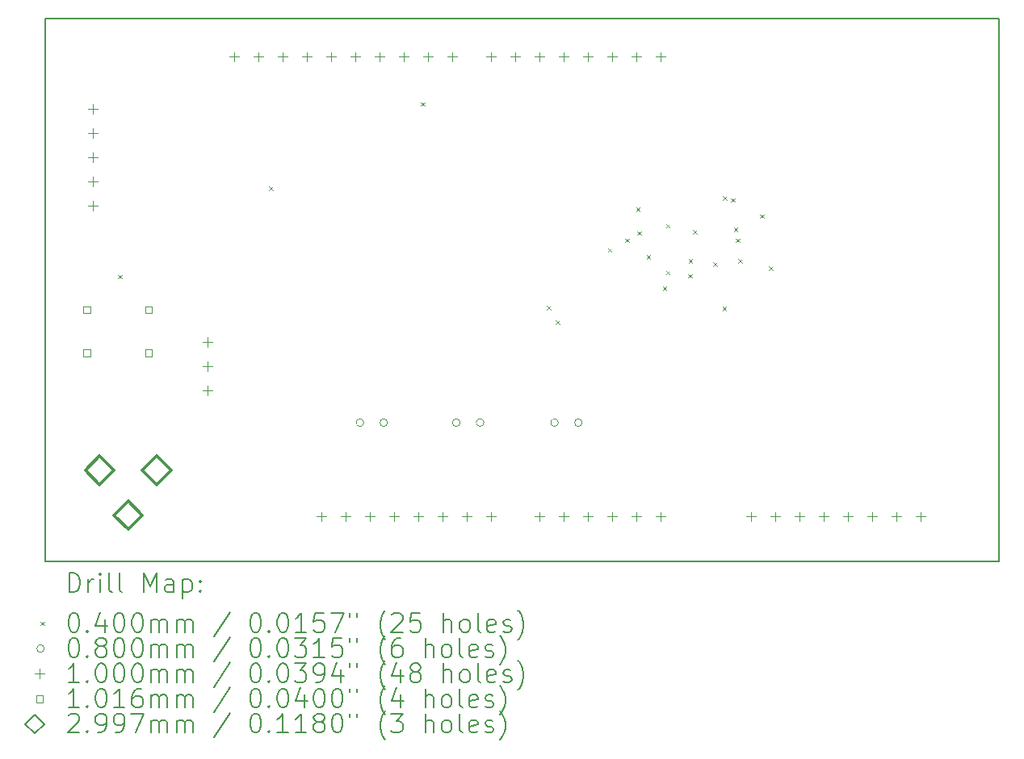
<source format=gbr>
%TF.GenerationSoftware,KiCad,Pcbnew,8.0.6*%
%TF.CreationDate,2025-01-18T19:57:04-05:00*%
%TF.ProjectId,RL78_G14_Arduino_32p,524c3738-5f47-4313-945f-41726475696e,rev?*%
%TF.SameCoordinates,Original*%
%TF.FileFunction,Drillmap*%
%TF.FilePolarity,Positive*%
%FSLAX45Y45*%
G04 Gerber Fmt 4.5, Leading zero omitted, Abs format (unit mm)*
G04 Created by KiCad (PCBNEW 8.0.6) date 2025-01-18 19:57:04*
%MOMM*%
%LPD*%
G01*
G04 APERTURE LIST*
%ADD10C,0.150000*%
%ADD11C,0.200000*%
%ADD12C,0.100000*%
%ADD13C,0.101600*%
%ADD14C,0.299720*%
G04 APERTURE END LIST*
D10*
X5000000Y-8200000D02*
X5000000Y-2500000D01*
X15000000Y-8200000D02*
X5000000Y-8200000D01*
X5000000Y-2500000D02*
X15000000Y-2500000D01*
X15000000Y-2500000D02*
X15000000Y-8200000D01*
D11*
D12*
X5764620Y-5187000D02*
X5804620Y-5227000D01*
X5804620Y-5187000D02*
X5764620Y-5227000D01*
X7345000Y-4260000D02*
X7385000Y-4300000D01*
X7385000Y-4260000D02*
X7345000Y-4300000D01*
X8940000Y-3375000D02*
X8980000Y-3415000D01*
X8980000Y-3375000D02*
X8940000Y-3415000D01*
X10260000Y-5515000D02*
X10300000Y-5555000D01*
X10300000Y-5515000D02*
X10260000Y-5555000D01*
X10355000Y-5665000D02*
X10395000Y-5705000D01*
X10395000Y-5665000D02*
X10355000Y-5705000D01*
X10899530Y-4908100D02*
X10939530Y-4948100D01*
X10939530Y-4908100D02*
X10899530Y-4948100D01*
X11080340Y-4807040D02*
X11120340Y-4847040D01*
X11120340Y-4807040D02*
X11080340Y-4847040D01*
X11196020Y-4481570D02*
X11236020Y-4521570D01*
X11236020Y-4481570D02*
X11196020Y-4521570D01*
X11207450Y-4730930D02*
X11247450Y-4770930D01*
X11247450Y-4730930D02*
X11207450Y-4770930D01*
X11306270Y-4982300D02*
X11346270Y-5022300D01*
X11346270Y-4982300D02*
X11306270Y-5022300D01*
X11475100Y-5310190D02*
X11515100Y-5350190D01*
X11515100Y-5310190D02*
X11475100Y-5350190D01*
X11509270Y-4653880D02*
X11549270Y-4693880D01*
X11549270Y-4653880D02*
X11509270Y-4693880D01*
X11509470Y-5146250D02*
X11549470Y-5186250D01*
X11549470Y-5146250D02*
X11509470Y-5186250D01*
X11741240Y-5179560D02*
X11781240Y-5219560D01*
X11781240Y-5179560D02*
X11741240Y-5219560D01*
X11746560Y-5024120D02*
X11786560Y-5064120D01*
X11786560Y-5024120D02*
X11746560Y-5064120D01*
X11790980Y-4715350D02*
X11830980Y-4755350D01*
X11830980Y-4715350D02*
X11790980Y-4755350D01*
X12005830Y-5056330D02*
X12045830Y-5096330D01*
X12045830Y-5056330D02*
X12005830Y-5096330D01*
X12100270Y-5520500D02*
X12140270Y-5560500D01*
X12140270Y-5520500D02*
X12100270Y-5560500D01*
X12106250Y-4364070D02*
X12146250Y-4404070D01*
X12146250Y-4364070D02*
X12106250Y-4404070D01*
X12188390Y-4384360D02*
X12228390Y-4424360D01*
X12228390Y-4384360D02*
X12188390Y-4424360D01*
X12218910Y-4690300D02*
X12258910Y-4730300D01*
X12258910Y-4690300D02*
X12218910Y-4730300D01*
X12238620Y-4806560D02*
X12278620Y-4846560D01*
X12278620Y-4806560D02*
X12238620Y-4846560D01*
X12266290Y-5024840D02*
X12306290Y-5064840D01*
X12306290Y-5024840D02*
X12266290Y-5064840D01*
X12493730Y-4553500D02*
X12533730Y-4593500D01*
X12533730Y-4553500D02*
X12493730Y-4593500D01*
X12587840Y-5101920D02*
X12627840Y-5141920D01*
X12627840Y-5101920D02*
X12587840Y-5141920D01*
X8340200Y-6740000D02*
G75*
G02*
X8260200Y-6740000I-40000J0D01*
G01*
X8260200Y-6740000D02*
G75*
G02*
X8340200Y-6740000I40000J0D01*
G01*
X8590200Y-6740000D02*
G75*
G02*
X8510200Y-6740000I-40000J0D01*
G01*
X8510200Y-6740000D02*
G75*
G02*
X8590200Y-6740000I40000J0D01*
G01*
X9350200Y-6740000D02*
G75*
G02*
X9270200Y-6740000I-40000J0D01*
G01*
X9270200Y-6740000D02*
G75*
G02*
X9350200Y-6740000I40000J0D01*
G01*
X9600200Y-6740000D02*
G75*
G02*
X9520200Y-6740000I-40000J0D01*
G01*
X9520200Y-6740000D02*
G75*
G02*
X9600200Y-6740000I40000J0D01*
G01*
X10380200Y-6740000D02*
G75*
G02*
X10300200Y-6740000I-40000J0D01*
G01*
X10300200Y-6740000D02*
G75*
G02*
X10380200Y-6740000I40000J0D01*
G01*
X10630200Y-6740000D02*
G75*
G02*
X10550200Y-6740000I-40000J0D01*
G01*
X10550200Y-6740000D02*
G75*
G02*
X10630200Y-6740000I40000J0D01*
G01*
X5500000Y-3400000D02*
X5500000Y-3500000D01*
X5450000Y-3450000D02*
X5550000Y-3450000D01*
X5500000Y-3654000D02*
X5500000Y-3754000D01*
X5450000Y-3704000D02*
X5550000Y-3704000D01*
X5500000Y-3908000D02*
X5500000Y-4008000D01*
X5450000Y-3958000D02*
X5550000Y-3958000D01*
X5500000Y-4162000D02*
X5500000Y-4262000D01*
X5450000Y-4212000D02*
X5550000Y-4212000D01*
X5500000Y-4416000D02*
X5500000Y-4516000D01*
X5450000Y-4466000D02*
X5550000Y-4466000D01*
X6705200Y-5846000D02*
X6705200Y-5946000D01*
X6655200Y-5896000D02*
X6755200Y-5896000D01*
X6705200Y-6100000D02*
X6705200Y-6200000D01*
X6655200Y-6150000D02*
X6755200Y-6150000D01*
X6705200Y-6354000D02*
X6705200Y-6454000D01*
X6655200Y-6404000D02*
X6755200Y-6404000D01*
X6979800Y-2850000D02*
X6979800Y-2950000D01*
X6929800Y-2900000D02*
X7029800Y-2900000D01*
X7233800Y-2850000D02*
X7233800Y-2950000D01*
X7183800Y-2900000D02*
X7283800Y-2900000D01*
X7487800Y-2850000D02*
X7487800Y-2950000D01*
X7437800Y-2900000D02*
X7537800Y-2900000D01*
X7741800Y-2850000D02*
X7741800Y-2950000D01*
X7691800Y-2900000D02*
X7791800Y-2900000D01*
X7894200Y-7676000D02*
X7894200Y-7776000D01*
X7844200Y-7726000D02*
X7944200Y-7726000D01*
X7995800Y-2850000D02*
X7995800Y-2950000D01*
X7945800Y-2900000D02*
X8045800Y-2900000D01*
X8148200Y-7676000D02*
X8148200Y-7776000D01*
X8098200Y-7726000D02*
X8198200Y-7726000D01*
X8249800Y-2850000D02*
X8249800Y-2950000D01*
X8199800Y-2900000D02*
X8299800Y-2900000D01*
X8402200Y-7676000D02*
X8402200Y-7776000D01*
X8352200Y-7726000D02*
X8452200Y-7726000D01*
X8503800Y-2850000D02*
X8503800Y-2950000D01*
X8453800Y-2900000D02*
X8553800Y-2900000D01*
X8656200Y-7676000D02*
X8656200Y-7776000D01*
X8606200Y-7726000D02*
X8706200Y-7726000D01*
X8757800Y-2850000D02*
X8757800Y-2950000D01*
X8707800Y-2900000D02*
X8807800Y-2900000D01*
X8910200Y-7676000D02*
X8910200Y-7776000D01*
X8860200Y-7726000D02*
X8960200Y-7726000D01*
X9011800Y-2850000D02*
X9011800Y-2950000D01*
X8961800Y-2900000D02*
X9061800Y-2900000D01*
X9164200Y-7676000D02*
X9164200Y-7776000D01*
X9114200Y-7726000D02*
X9214200Y-7726000D01*
X9265800Y-2850000D02*
X9265800Y-2950000D01*
X9215800Y-2900000D02*
X9315800Y-2900000D01*
X9418200Y-7676000D02*
X9418200Y-7776000D01*
X9368200Y-7726000D02*
X9468200Y-7726000D01*
X9672200Y-2850000D02*
X9672200Y-2950000D01*
X9622200Y-2900000D02*
X9722200Y-2900000D01*
X9672200Y-7676000D02*
X9672200Y-7776000D01*
X9622200Y-7726000D02*
X9722200Y-7726000D01*
X9926200Y-2850000D02*
X9926200Y-2950000D01*
X9876200Y-2900000D02*
X9976200Y-2900000D01*
X10180200Y-2850000D02*
X10180200Y-2950000D01*
X10130200Y-2900000D02*
X10230200Y-2900000D01*
X10180200Y-7676000D02*
X10180200Y-7776000D01*
X10130200Y-7726000D02*
X10230200Y-7726000D01*
X10434200Y-2850000D02*
X10434200Y-2950000D01*
X10384200Y-2900000D02*
X10484200Y-2900000D01*
X10434200Y-7676000D02*
X10434200Y-7776000D01*
X10384200Y-7726000D02*
X10484200Y-7726000D01*
X10688200Y-2850000D02*
X10688200Y-2950000D01*
X10638200Y-2900000D02*
X10738200Y-2900000D01*
X10688200Y-7676000D02*
X10688200Y-7776000D01*
X10638200Y-7726000D02*
X10738200Y-7726000D01*
X10942200Y-2850000D02*
X10942200Y-2950000D01*
X10892200Y-2900000D02*
X10992200Y-2900000D01*
X10942200Y-7676000D02*
X10942200Y-7776000D01*
X10892200Y-7726000D02*
X10992200Y-7726000D01*
X11196200Y-2850000D02*
X11196200Y-2950000D01*
X11146200Y-2900000D02*
X11246200Y-2900000D01*
X11196200Y-7676000D02*
X11196200Y-7776000D01*
X11146200Y-7726000D02*
X11246200Y-7726000D01*
X11450200Y-2850000D02*
X11450200Y-2950000D01*
X11400200Y-2900000D02*
X11500200Y-2900000D01*
X11450200Y-7676000D02*
X11450200Y-7776000D01*
X11400200Y-7726000D02*
X11500200Y-7726000D01*
X12400000Y-7676000D02*
X12400000Y-7776000D01*
X12350000Y-7726000D02*
X12450000Y-7726000D01*
X12654000Y-7676000D02*
X12654000Y-7776000D01*
X12604000Y-7726000D02*
X12704000Y-7726000D01*
X12908000Y-7676000D02*
X12908000Y-7776000D01*
X12858000Y-7726000D02*
X12958000Y-7726000D01*
X13162000Y-7676000D02*
X13162000Y-7776000D01*
X13112000Y-7726000D02*
X13212000Y-7726000D01*
X13416000Y-7676000D02*
X13416000Y-7776000D01*
X13366000Y-7726000D02*
X13466000Y-7726000D01*
X13670000Y-7676000D02*
X13670000Y-7776000D01*
X13620000Y-7726000D02*
X13720000Y-7726000D01*
X13924000Y-7676000D02*
X13924000Y-7776000D01*
X13874000Y-7726000D02*
X13974000Y-7726000D01*
X14178000Y-7676000D02*
X14178000Y-7776000D01*
X14128000Y-7726000D02*
X14228000Y-7726000D01*
D13*
X5471001Y-5589861D02*
X5471001Y-5518019D01*
X5399159Y-5518019D01*
X5399159Y-5589861D01*
X5471001Y-5589861D01*
X5471001Y-6041981D02*
X5471001Y-5970139D01*
X5399159Y-5970139D01*
X5399159Y-6041981D01*
X5471001Y-6041981D01*
X6121241Y-5589861D02*
X6121241Y-5518019D01*
X6049399Y-5518019D01*
X6049399Y-5589861D01*
X6121241Y-5589861D01*
X6121241Y-6041981D02*
X6121241Y-5970139D01*
X6049399Y-5970139D01*
X6049399Y-6041981D01*
X6121241Y-6041981D01*
D14*
X5570000Y-7389860D02*
X5719860Y-7240000D01*
X5570000Y-7090140D01*
X5420140Y-7240000D01*
X5570000Y-7389860D01*
X5870000Y-7859860D02*
X6019860Y-7710000D01*
X5870000Y-7560140D01*
X5720140Y-7710000D01*
X5870000Y-7859860D01*
X6170000Y-7389860D02*
X6319860Y-7240000D01*
X6170000Y-7090140D01*
X6020140Y-7240000D01*
X6170000Y-7389860D01*
D11*
X5253277Y-8518984D02*
X5253277Y-8318984D01*
X5253277Y-8318984D02*
X5300896Y-8318984D01*
X5300896Y-8318984D02*
X5329467Y-8328508D01*
X5329467Y-8328508D02*
X5348515Y-8347555D01*
X5348515Y-8347555D02*
X5358039Y-8366603D01*
X5358039Y-8366603D02*
X5367563Y-8404698D01*
X5367563Y-8404698D02*
X5367563Y-8433270D01*
X5367563Y-8433270D02*
X5358039Y-8471365D01*
X5358039Y-8471365D02*
X5348515Y-8490412D01*
X5348515Y-8490412D02*
X5329467Y-8509460D01*
X5329467Y-8509460D02*
X5300896Y-8518984D01*
X5300896Y-8518984D02*
X5253277Y-8518984D01*
X5453277Y-8518984D02*
X5453277Y-8385650D01*
X5453277Y-8423746D02*
X5462801Y-8404698D01*
X5462801Y-8404698D02*
X5472324Y-8395174D01*
X5472324Y-8395174D02*
X5491372Y-8385650D01*
X5491372Y-8385650D02*
X5510420Y-8385650D01*
X5577086Y-8518984D02*
X5577086Y-8385650D01*
X5577086Y-8318984D02*
X5567563Y-8328508D01*
X5567563Y-8328508D02*
X5577086Y-8338031D01*
X5577086Y-8338031D02*
X5586610Y-8328508D01*
X5586610Y-8328508D02*
X5577086Y-8318984D01*
X5577086Y-8318984D02*
X5577086Y-8338031D01*
X5700896Y-8518984D02*
X5681848Y-8509460D01*
X5681848Y-8509460D02*
X5672324Y-8490412D01*
X5672324Y-8490412D02*
X5672324Y-8318984D01*
X5805658Y-8518984D02*
X5786610Y-8509460D01*
X5786610Y-8509460D02*
X5777086Y-8490412D01*
X5777086Y-8490412D02*
X5777086Y-8318984D01*
X6034229Y-8518984D02*
X6034229Y-8318984D01*
X6034229Y-8318984D02*
X6100896Y-8461841D01*
X6100896Y-8461841D02*
X6167562Y-8318984D01*
X6167562Y-8318984D02*
X6167562Y-8518984D01*
X6348515Y-8518984D02*
X6348515Y-8414222D01*
X6348515Y-8414222D02*
X6338991Y-8395174D01*
X6338991Y-8395174D02*
X6319943Y-8385650D01*
X6319943Y-8385650D02*
X6281848Y-8385650D01*
X6281848Y-8385650D02*
X6262801Y-8395174D01*
X6348515Y-8509460D02*
X6329467Y-8518984D01*
X6329467Y-8518984D02*
X6281848Y-8518984D01*
X6281848Y-8518984D02*
X6262801Y-8509460D01*
X6262801Y-8509460D02*
X6253277Y-8490412D01*
X6253277Y-8490412D02*
X6253277Y-8471365D01*
X6253277Y-8471365D02*
X6262801Y-8452317D01*
X6262801Y-8452317D02*
X6281848Y-8442793D01*
X6281848Y-8442793D02*
X6329467Y-8442793D01*
X6329467Y-8442793D02*
X6348515Y-8433270D01*
X6443753Y-8385650D02*
X6443753Y-8585650D01*
X6443753Y-8395174D02*
X6462801Y-8385650D01*
X6462801Y-8385650D02*
X6500896Y-8385650D01*
X6500896Y-8385650D02*
X6519943Y-8395174D01*
X6519943Y-8395174D02*
X6529467Y-8404698D01*
X6529467Y-8404698D02*
X6538991Y-8423746D01*
X6538991Y-8423746D02*
X6538991Y-8480889D01*
X6538991Y-8480889D02*
X6529467Y-8499936D01*
X6529467Y-8499936D02*
X6519943Y-8509460D01*
X6519943Y-8509460D02*
X6500896Y-8518984D01*
X6500896Y-8518984D02*
X6462801Y-8518984D01*
X6462801Y-8518984D02*
X6443753Y-8509460D01*
X6624705Y-8499936D02*
X6634229Y-8509460D01*
X6634229Y-8509460D02*
X6624705Y-8518984D01*
X6624705Y-8518984D02*
X6615182Y-8509460D01*
X6615182Y-8509460D02*
X6624705Y-8499936D01*
X6624705Y-8499936D02*
X6624705Y-8518984D01*
X6624705Y-8395174D02*
X6634229Y-8404698D01*
X6634229Y-8404698D02*
X6624705Y-8414222D01*
X6624705Y-8414222D02*
X6615182Y-8404698D01*
X6615182Y-8404698D02*
X6624705Y-8395174D01*
X6624705Y-8395174D02*
X6624705Y-8414222D01*
D12*
X4952500Y-8827500D02*
X4992500Y-8867500D01*
X4992500Y-8827500D02*
X4952500Y-8867500D01*
D11*
X5291372Y-8738984D02*
X5310420Y-8738984D01*
X5310420Y-8738984D02*
X5329467Y-8748508D01*
X5329467Y-8748508D02*
X5338991Y-8758031D01*
X5338991Y-8758031D02*
X5348515Y-8777079D01*
X5348515Y-8777079D02*
X5358039Y-8815174D01*
X5358039Y-8815174D02*
X5358039Y-8862793D01*
X5358039Y-8862793D02*
X5348515Y-8900889D01*
X5348515Y-8900889D02*
X5338991Y-8919936D01*
X5338991Y-8919936D02*
X5329467Y-8929460D01*
X5329467Y-8929460D02*
X5310420Y-8938984D01*
X5310420Y-8938984D02*
X5291372Y-8938984D01*
X5291372Y-8938984D02*
X5272324Y-8929460D01*
X5272324Y-8929460D02*
X5262801Y-8919936D01*
X5262801Y-8919936D02*
X5253277Y-8900889D01*
X5253277Y-8900889D02*
X5243753Y-8862793D01*
X5243753Y-8862793D02*
X5243753Y-8815174D01*
X5243753Y-8815174D02*
X5253277Y-8777079D01*
X5253277Y-8777079D02*
X5262801Y-8758031D01*
X5262801Y-8758031D02*
X5272324Y-8748508D01*
X5272324Y-8748508D02*
X5291372Y-8738984D01*
X5443753Y-8919936D02*
X5453277Y-8929460D01*
X5453277Y-8929460D02*
X5443753Y-8938984D01*
X5443753Y-8938984D02*
X5434229Y-8929460D01*
X5434229Y-8929460D02*
X5443753Y-8919936D01*
X5443753Y-8919936D02*
X5443753Y-8938984D01*
X5624705Y-8805650D02*
X5624705Y-8938984D01*
X5577086Y-8729460D02*
X5529467Y-8872317D01*
X5529467Y-8872317D02*
X5653277Y-8872317D01*
X5767562Y-8738984D02*
X5786610Y-8738984D01*
X5786610Y-8738984D02*
X5805658Y-8748508D01*
X5805658Y-8748508D02*
X5815182Y-8758031D01*
X5815182Y-8758031D02*
X5824705Y-8777079D01*
X5824705Y-8777079D02*
X5834229Y-8815174D01*
X5834229Y-8815174D02*
X5834229Y-8862793D01*
X5834229Y-8862793D02*
X5824705Y-8900889D01*
X5824705Y-8900889D02*
X5815182Y-8919936D01*
X5815182Y-8919936D02*
X5805658Y-8929460D01*
X5805658Y-8929460D02*
X5786610Y-8938984D01*
X5786610Y-8938984D02*
X5767562Y-8938984D01*
X5767562Y-8938984D02*
X5748515Y-8929460D01*
X5748515Y-8929460D02*
X5738991Y-8919936D01*
X5738991Y-8919936D02*
X5729467Y-8900889D01*
X5729467Y-8900889D02*
X5719943Y-8862793D01*
X5719943Y-8862793D02*
X5719943Y-8815174D01*
X5719943Y-8815174D02*
X5729467Y-8777079D01*
X5729467Y-8777079D02*
X5738991Y-8758031D01*
X5738991Y-8758031D02*
X5748515Y-8748508D01*
X5748515Y-8748508D02*
X5767562Y-8738984D01*
X5958039Y-8738984D02*
X5977086Y-8738984D01*
X5977086Y-8738984D02*
X5996134Y-8748508D01*
X5996134Y-8748508D02*
X6005658Y-8758031D01*
X6005658Y-8758031D02*
X6015182Y-8777079D01*
X6015182Y-8777079D02*
X6024705Y-8815174D01*
X6024705Y-8815174D02*
X6024705Y-8862793D01*
X6024705Y-8862793D02*
X6015182Y-8900889D01*
X6015182Y-8900889D02*
X6005658Y-8919936D01*
X6005658Y-8919936D02*
X5996134Y-8929460D01*
X5996134Y-8929460D02*
X5977086Y-8938984D01*
X5977086Y-8938984D02*
X5958039Y-8938984D01*
X5958039Y-8938984D02*
X5938991Y-8929460D01*
X5938991Y-8929460D02*
X5929467Y-8919936D01*
X5929467Y-8919936D02*
X5919943Y-8900889D01*
X5919943Y-8900889D02*
X5910420Y-8862793D01*
X5910420Y-8862793D02*
X5910420Y-8815174D01*
X5910420Y-8815174D02*
X5919943Y-8777079D01*
X5919943Y-8777079D02*
X5929467Y-8758031D01*
X5929467Y-8758031D02*
X5938991Y-8748508D01*
X5938991Y-8748508D02*
X5958039Y-8738984D01*
X6110420Y-8938984D02*
X6110420Y-8805650D01*
X6110420Y-8824698D02*
X6119943Y-8815174D01*
X6119943Y-8815174D02*
X6138991Y-8805650D01*
X6138991Y-8805650D02*
X6167563Y-8805650D01*
X6167563Y-8805650D02*
X6186610Y-8815174D01*
X6186610Y-8815174D02*
X6196134Y-8834222D01*
X6196134Y-8834222D02*
X6196134Y-8938984D01*
X6196134Y-8834222D02*
X6205658Y-8815174D01*
X6205658Y-8815174D02*
X6224705Y-8805650D01*
X6224705Y-8805650D02*
X6253277Y-8805650D01*
X6253277Y-8805650D02*
X6272324Y-8815174D01*
X6272324Y-8815174D02*
X6281848Y-8834222D01*
X6281848Y-8834222D02*
X6281848Y-8938984D01*
X6377086Y-8938984D02*
X6377086Y-8805650D01*
X6377086Y-8824698D02*
X6386610Y-8815174D01*
X6386610Y-8815174D02*
X6405658Y-8805650D01*
X6405658Y-8805650D02*
X6434229Y-8805650D01*
X6434229Y-8805650D02*
X6453277Y-8815174D01*
X6453277Y-8815174D02*
X6462801Y-8834222D01*
X6462801Y-8834222D02*
X6462801Y-8938984D01*
X6462801Y-8834222D02*
X6472324Y-8815174D01*
X6472324Y-8815174D02*
X6491372Y-8805650D01*
X6491372Y-8805650D02*
X6519943Y-8805650D01*
X6519943Y-8805650D02*
X6538991Y-8815174D01*
X6538991Y-8815174D02*
X6548515Y-8834222D01*
X6548515Y-8834222D02*
X6548515Y-8938984D01*
X6938991Y-8729460D02*
X6767563Y-8986603D01*
X7196134Y-8738984D02*
X7215182Y-8738984D01*
X7215182Y-8738984D02*
X7234229Y-8748508D01*
X7234229Y-8748508D02*
X7243753Y-8758031D01*
X7243753Y-8758031D02*
X7253277Y-8777079D01*
X7253277Y-8777079D02*
X7262801Y-8815174D01*
X7262801Y-8815174D02*
X7262801Y-8862793D01*
X7262801Y-8862793D02*
X7253277Y-8900889D01*
X7253277Y-8900889D02*
X7243753Y-8919936D01*
X7243753Y-8919936D02*
X7234229Y-8929460D01*
X7234229Y-8929460D02*
X7215182Y-8938984D01*
X7215182Y-8938984D02*
X7196134Y-8938984D01*
X7196134Y-8938984D02*
X7177086Y-8929460D01*
X7177086Y-8929460D02*
X7167563Y-8919936D01*
X7167563Y-8919936D02*
X7158039Y-8900889D01*
X7158039Y-8900889D02*
X7148515Y-8862793D01*
X7148515Y-8862793D02*
X7148515Y-8815174D01*
X7148515Y-8815174D02*
X7158039Y-8777079D01*
X7158039Y-8777079D02*
X7167563Y-8758031D01*
X7167563Y-8758031D02*
X7177086Y-8748508D01*
X7177086Y-8748508D02*
X7196134Y-8738984D01*
X7348515Y-8919936D02*
X7358039Y-8929460D01*
X7358039Y-8929460D02*
X7348515Y-8938984D01*
X7348515Y-8938984D02*
X7338991Y-8929460D01*
X7338991Y-8929460D02*
X7348515Y-8919936D01*
X7348515Y-8919936D02*
X7348515Y-8938984D01*
X7481848Y-8738984D02*
X7500896Y-8738984D01*
X7500896Y-8738984D02*
X7519944Y-8748508D01*
X7519944Y-8748508D02*
X7529467Y-8758031D01*
X7529467Y-8758031D02*
X7538991Y-8777079D01*
X7538991Y-8777079D02*
X7548515Y-8815174D01*
X7548515Y-8815174D02*
X7548515Y-8862793D01*
X7548515Y-8862793D02*
X7538991Y-8900889D01*
X7538991Y-8900889D02*
X7529467Y-8919936D01*
X7529467Y-8919936D02*
X7519944Y-8929460D01*
X7519944Y-8929460D02*
X7500896Y-8938984D01*
X7500896Y-8938984D02*
X7481848Y-8938984D01*
X7481848Y-8938984D02*
X7462801Y-8929460D01*
X7462801Y-8929460D02*
X7453277Y-8919936D01*
X7453277Y-8919936D02*
X7443753Y-8900889D01*
X7443753Y-8900889D02*
X7434229Y-8862793D01*
X7434229Y-8862793D02*
X7434229Y-8815174D01*
X7434229Y-8815174D02*
X7443753Y-8777079D01*
X7443753Y-8777079D02*
X7453277Y-8758031D01*
X7453277Y-8758031D02*
X7462801Y-8748508D01*
X7462801Y-8748508D02*
X7481848Y-8738984D01*
X7738991Y-8938984D02*
X7624706Y-8938984D01*
X7681848Y-8938984D02*
X7681848Y-8738984D01*
X7681848Y-8738984D02*
X7662801Y-8767555D01*
X7662801Y-8767555D02*
X7643753Y-8786603D01*
X7643753Y-8786603D02*
X7624706Y-8796127D01*
X7919944Y-8738984D02*
X7824706Y-8738984D01*
X7824706Y-8738984D02*
X7815182Y-8834222D01*
X7815182Y-8834222D02*
X7824706Y-8824698D01*
X7824706Y-8824698D02*
X7843753Y-8815174D01*
X7843753Y-8815174D02*
X7891372Y-8815174D01*
X7891372Y-8815174D02*
X7910420Y-8824698D01*
X7910420Y-8824698D02*
X7919944Y-8834222D01*
X7919944Y-8834222D02*
X7929467Y-8853270D01*
X7929467Y-8853270D02*
X7929467Y-8900889D01*
X7929467Y-8900889D02*
X7919944Y-8919936D01*
X7919944Y-8919936D02*
X7910420Y-8929460D01*
X7910420Y-8929460D02*
X7891372Y-8938984D01*
X7891372Y-8938984D02*
X7843753Y-8938984D01*
X7843753Y-8938984D02*
X7824706Y-8929460D01*
X7824706Y-8929460D02*
X7815182Y-8919936D01*
X7996134Y-8738984D02*
X8129467Y-8738984D01*
X8129467Y-8738984D02*
X8043753Y-8938984D01*
X8196134Y-8738984D02*
X8196134Y-8777079D01*
X8272325Y-8738984D02*
X8272325Y-8777079D01*
X8567563Y-9015174D02*
X8558039Y-9005650D01*
X8558039Y-9005650D02*
X8538991Y-8977079D01*
X8538991Y-8977079D02*
X8529468Y-8958031D01*
X8529468Y-8958031D02*
X8519944Y-8929460D01*
X8519944Y-8929460D02*
X8510420Y-8881841D01*
X8510420Y-8881841D02*
X8510420Y-8843746D01*
X8510420Y-8843746D02*
X8519944Y-8796127D01*
X8519944Y-8796127D02*
X8529468Y-8767555D01*
X8529468Y-8767555D02*
X8538991Y-8748508D01*
X8538991Y-8748508D02*
X8558039Y-8719936D01*
X8558039Y-8719936D02*
X8567563Y-8710412D01*
X8634230Y-8758031D02*
X8643753Y-8748508D01*
X8643753Y-8748508D02*
X8662801Y-8738984D01*
X8662801Y-8738984D02*
X8710420Y-8738984D01*
X8710420Y-8738984D02*
X8729468Y-8748508D01*
X8729468Y-8748508D02*
X8738991Y-8758031D01*
X8738991Y-8758031D02*
X8748515Y-8777079D01*
X8748515Y-8777079D02*
X8748515Y-8796127D01*
X8748515Y-8796127D02*
X8738991Y-8824698D01*
X8738991Y-8824698D02*
X8624706Y-8938984D01*
X8624706Y-8938984D02*
X8748515Y-8938984D01*
X8929468Y-8738984D02*
X8834230Y-8738984D01*
X8834230Y-8738984D02*
X8824706Y-8834222D01*
X8824706Y-8834222D02*
X8834230Y-8824698D01*
X8834230Y-8824698D02*
X8853277Y-8815174D01*
X8853277Y-8815174D02*
X8900896Y-8815174D01*
X8900896Y-8815174D02*
X8919944Y-8824698D01*
X8919944Y-8824698D02*
X8929468Y-8834222D01*
X8929468Y-8834222D02*
X8938991Y-8853270D01*
X8938991Y-8853270D02*
X8938991Y-8900889D01*
X8938991Y-8900889D02*
X8929468Y-8919936D01*
X8929468Y-8919936D02*
X8919944Y-8929460D01*
X8919944Y-8929460D02*
X8900896Y-8938984D01*
X8900896Y-8938984D02*
X8853277Y-8938984D01*
X8853277Y-8938984D02*
X8834230Y-8929460D01*
X8834230Y-8929460D02*
X8824706Y-8919936D01*
X9177087Y-8938984D02*
X9177087Y-8738984D01*
X9262801Y-8938984D02*
X9262801Y-8834222D01*
X9262801Y-8834222D02*
X9253277Y-8815174D01*
X9253277Y-8815174D02*
X9234230Y-8805650D01*
X9234230Y-8805650D02*
X9205658Y-8805650D01*
X9205658Y-8805650D02*
X9186611Y-8815174D01*
X9186611Y-8815174D02*
X9177087Y-8824698D01*
X9386611Y-8938984D02*
X9367563Y-8929460D01*
X9367563Y-8929460D02*
X9358039Y-8919936D01*
X9358039Y-8919936D02*
X9348515Y-8900889D01*
X9348515Y-8900889D02*
X9348515Y-8843746D01*
X9348515Y-8843746D02*
X9358039Y-8824698D01*
X9358039Y-8824698D02*
X9367563Y-8815174D01*
X9367563Y-8815174D02*
X9386611Y-8805650D01*
X9386611Y-8805650D02*
X9415182Y-8805650D01*
X9415182Y-8805650D02*
X9434230Y-8815174D01*
X9434230Y-8815174D02*
X9443753Y-8824698D01*
X9443753Y-8824698D02*
X9453277Y-8843746D01*
X9453277Y-8843746D02*
X9453277Y-8900889D01*
X9453277Y-8900889D02*
X9443753Y-8919936D01*
X9443753Y-8919936D02*
X9434230Y-8929460D01*
X9434230Y-8929460D02*
X9415182Y-8938984D01*
X9415182Y-8938984D02*
X9386611Y-8938984D01*
X9567563Y-8938984D02*
X9548515Y-8929460D01*
X9548515Y-8929460D02*
X9538992Y-8910412D01*
X9538992Y-8910412D02*
X9538992Y-8738984D01*
X9719944Y-8929460D02*
X9700896Y-8938984D01*
X9700896Y-8938984D02*
X9662801Y-8938984D01*
X9662801Y-8938984D02*
X9643753Y-8929460D01*
X9643753Y-8929460D02*
X9634230Y-8910412D01*
X9634230Y-8910412D02*
X9634230Y-8834222D01*
X9634230Y-8834222D02*
X9643753Y-8815174D01*
X9643753Y-8815174D02*
X9662801Y-8805650D01*
X9662801Y-8805650D02*
X9700896Y-8805650D01*
X9700896Y-8805650D02*
X9719944Y-8815174D01*
X9719944Y-8815174D02*
X9729468Y-8834222D01*
X9729468Y-8834222D02*
X9729468Y-8853270D01*
X9729468Y-8853270D02*
X9634230Y-8872317D01*
X9805658Y-8929460D02*
X9824706Y-8938984D01*
X9824706Y-8938984D02*
X9862801Y-8938984D01*
X9862801Y-8938984D02*
X9881849Y-8929460D01*
X9881849Y-8929460D02*
X9891373Y-8910412D01*
X9891373Y-8910412D02*
X9891373Y-8900889D01*
X9891373Y-8900889D02*
X9881849Y-8881841D01*
X9881849Y-8881841D02*
X9862801Y-8872317D01*
X9862801Y-8872317D02*
X9834230Y-8872317D01*
X9834230Y-8872317D02*
X9815182Y-8862793D01*
X9815182Y-8862793D02*
X9805658Y-8843746D01*
X9805658Y-8843746D02*
X9805658Y-8834222D01*
X9805658Y-8834222D02*
X9815182Y-8815174D01*
X9815182Y-8815174D02*
X9834230Y-8805650D01*
X9834230Y-8805650D02*
X9862801Y-8805650D01*
X9862801Y-8805650D02*
X9881849Y-8815174D01*
X9958039Y-9015174D02*
X9967563Y-9005650D01*
X9967563Y-9005650D02*
X9986611Y-8977079D01*
X9986611Y-8977079D02*
X9996134Y-8958031D01*
X9996134Y-8958031D02*
X10005658Y-8929460D01*
X10005658Y-8929460D02*
X10015182Y-8881841D01*
X10015182Y-8881841D02*
X10015182Y-8843746D01*
X10015182Y-8843746D02*
X10005658Y-8796127D01*
X10005658Y-8796127D02*
X9996134Y-8767555D01*
X9996134Y-8767555D02*
X9986611Y-8748508D01*
X9986611Y-8748508D02*
X9967563Y-8719936D01*
X9967563Y-8719936D02*
X9958039Y-8710412D01*
D12*
X4992500Y-9111500D02*
G75*
G02*
X4912500Y-9111500I-40000J0D01*
G01*
X4912500Y-9111500D02*
G75*
G02*
X4992500Y-9111500I40000J0D01*
G01*
D11*
X5291372Y-9002984D02*
X5310420Y-9002984D01*
X5310420Y-9002984D02*
X5329467Y-9012508D01*
X5329467Y-9012508D02*
X5338991Y-9022031D01*
X5338991Y-9022031D02*
X5348515Y-9041079D01*
X5348515Y-9041079D02*
X5358039Y-9079174D01*
X5358039Y-9079174D02*
X5358039Y-9126793D01*
X5358039Y-9126793D02*
X5348515Y-9164889D01*
X5348515Y-9164889D02*
X5338991Y-9183936D01*
X5338991Y-9183936D02*
X5329467Y-9193460D01*
X5329467Y-9193460D02*
X5310420Y-9202984D01*
X5310420Y-9202984D02*
X5291372Y-9202984D01*
X5291372Y-9202984D02*
X5272324Y-9193460D01*
X5272324Y-9193460D02*
X5262801Y-9183936D01*
X5262801Y-9183936D02*
X5253277Y-9164889D01*
X5253277Y-9164889D02*
X5243753Y-9126793D01*
X5243753Y-9126793D02*
X5243753Y-9079174D01*
X5243753Y-9079174D02*
X5253277Y-9041079D01*
X5253277Y-9041079D02*
X5262801Y-9022031D01*
X5262801Y-9022031D02*
X5272324Y-9012508D01*
X5272324Y-9012508D02*
X5291372Y-9002984D01*
X5443753Y-9183936D02*
X5453277Y-9193460D01*
X5453277Y-9193460D02*
X5443753Y-9202984D01*
X5443753Y-9202984D02*
X5434229Y-9193460D01*
X5434229Y-9193460D02*
X5443753Y-9183936D01*
X5443753Y-9183936D02*
X5443753Y-9202984D01*
X5567563Y-9088698D02*
X5548515Y-9079174D01*
X5548515Y-9079174D02*
X5538991Y-9069650D01*
X5538991Y-9069650D02*
X5529467Y-9050603D01*
X5529467Y-9050603D02*
X5529467Y-9041079D01*
X5529467Y-9041079D02*
X5538991Y-9022031D01*
X5538991Y-9022031D02*
X5548515Y-9012508D01*
X5548515Y-9012508D02*
X5567563Y-9002984D01*
X5567563Y-9002984D02*
X5605658Y-9002984D01*
X5605658Y-9002984D02*
X5624705Y-9012508D01*
X5624705Y-9012508D02*
X5634229Y-9022031D01*
X5634229Y-9022031D02*
X5643753Y-9041079D01*
X5643753Y-9041079D02*
X5643753Y-9050603D01*
X5643753Y-9050603D02*
X5634229Y-9069650D01*
X5634229Y-9069650D02*
X5624705Y-9079174D01*
X5624705Y-9079174D02*
X5605658Y-9088698D01*
X5605658Y-9088698D02*
X5567563Y-9088698D01*
X5567563Y-9088698D02*
X5548515Y-9098222D01*
X5548515Y-9098222D02*
X5538991Y-9107746D01*
X5538991Y-9107746D02*
X5529467Y-9126793D01*
X5529467Y-9126793D02*
X5529467Y-9164889D01*
X5529467Y-9164889D02*
X5538991Y-9183936D01*
X5538991Y-9183936D02*
X5548515Y-9193460D01*
X5548515Y-9193460D02*
X5567563Y-9202984D01*
X5567563Y-9202984D02*
X5605658Y-9202984D01*
X5605658Y-9202984D02*
X5624705Y-9193460D01*
X5624705Y-9193460D02*
X5634229Y-9183936D01*
X5634229Y-9183936D02*
X5643753Y-9164889D01*
X5643753Y-9164889D02*
X5643753Y-9126793D01*
X5643753Y-9126793D02*
X5634229Y-9107746D01*
X5634229Y-9107746D02*
X5624705Y-9098222D01*
X5624705Y-9098222D02*
X5605658Y-9088698D01*
X5767562Y-9002984D02*
X5786610Y-9002984D01*
X5786610Y-9002984D02*
X5805658Y-9012508D01*
X5805658Y-9012508D02*
X5815182Y-9022031D01*
X5815182Y-9022031D02*
X5824705Y-9041079D01*
X5824705Y-9041079D02*
X5834229Y-9079174D01*
X5834229Y-9079174D02*
X5834229Y-9126793D01*
X5834229Y-9126793D02*
X5824705Y-9164889D01*
X5824705Y-9164889D02*
X5815182Y-9183936D01*
X5815182Y-9183936D02*
X5805658Y-9193460D01*
X5805658Y-9193460D02*
X5786610Y-9202984D01*
X5786610Y-9202984D02*
X5767562Y-9202984D01*
X5767562Y-9202984D02*
X5748515Y-9193460D01*
X5748515Y-9193460D02*
X5738991Y-9183936D01*
X5738991Y-9183936D02*
X5729467Y-9164889D01*
X5729467Y-9164889D02*
X5719943Y-9126793D01*
X5719943Y-9126793D02*
X5719943Y-9079174D01*
X5719943Y-9079174D02*
X5729467Y-9041079D01*
X5729467Y-9041079D02*
X5738991Y-9022031D01*
X5738991Y-9022031D02*
X5748515Y-9012508D01*
X5748515Y-9012508D02*
X5767562Y-9002984D01*
X5958039Y-9002984D02*
X5977086Y-9002984D01*
X5977086Y-9002984D02*
X5996134Y-9012508D01*
X5996134Y-9012508D02*
X6005658Y-9022031D01*
X6005658Y-9022031D02*
X6015182Y-9041079D01*
X6015182Y-9041079D02*
X6024705Y-9079174D01*
X6024705Y-9079174D02*
X6024705Y-9126793D01*
X6024705Y-9126793D02*
X6015182Y-9164889D01*
X6015182Y-9164889D02*
X6005658Y-9183936D01*
X6005658Y-9183936D02*
X5996134Y-9193460D01*
X5996134Y-9193460D02*
X5977086Y-9202984D01*
X5977086Y-9202984D02*
X5958039Y-9202984D01*
X5958039Y-9202984D02*
X5938991Y-9193460D01*
X5938991Y-9193460D02*
X5929467Y-9183936D01*
X5929467Y-9183936D02*
X5919943Y-9164889D01*
X5919943Y-9164889D02*
X5910420Y-9126793D01*
X5910420Y-9126793D02*
X5910420Y-9079174D01*
X5910420Y-9079174D02*
X5919943Y-9041079D01*
X5919943Y-9041079D02*
X5929467Y-9022031D01*
X5929467Y-9022031D02*
X5938991Y-9012508D01*
X5938991Y-9012508D02*
X5958039Y-9002984D01*
X6110420Y-9202984D02*
X6110420Y-9069650D01*
X6110420Y-9088698D02*
X6119943Y-9079174D01*
X6119943Y-9079174D02*
X6138991Y-9069650D01*
X6138991Y-9069650D02*
X6167563Y-9069650D01*
X6167563Y-9069650D02*
X6186610Y-9079174D01*
X6186610Y-9079174D02*
X6196134Y-9098222D01*
X6196134Y-9098222D02*
X6196134Y-9202984D01*
X6196134Y-9098222D02*
X6205658Y-9079174D01*
X6205658Y-9079174D02*
X6224705Y-9069650D01*
X6224705Y-9069650D02*
X6253277Y-9069650D01*
X6253277Y-9069650D02*
X6272324Y-9079174D01*
X6272324Y-9079174D02*
X6281848Y-9098222D01*
X6281848Y-9098222D02*
X6281848Y-9202984D01*
X6377086Y-9202984D02*
X6377086Y-9069650D01*
X6377086Y-9088698D02*
X6386610Y-9079174D01*
X6386610Y-9079174D02*
X6405658Y-9069650D01*
X6405658Y-9069650D02*
X6434229Y-9069650D01*
X6434229Y-9069650D02*
X6453277Y-9079174D01*
X6453277Y-9079174D02*
X6462801Y-9098222D01*
X6462801Y-9098222D02*
X6462801Y-9202984D01*
X6462801Y-9098222D02*
X6472324Y-9079174D01*
X6472324Y-9079174D02*
X6491372Y-9069650D01*
X6491372Y-9069650D02*
X6519943Y-9069650D01*
X6519943Y-9069650D02*
X6538991Y-9079174D01*
X6538991Y-9079174D02*
X6548515Y-9098222D01*
X6548515Y-9098222D02*
X6548515Y-9202984D01*
X6938991Y-8993460D02*
X6767563Y-9250603D01*
X7196134Y-9002984D02*
X7215182Y-9002984D01*
X7215182Y-9002984D02*
X7234229Y-9012508D01*
X7234229Y-9012508D02*
X7243753Y-9022031D01*
X7243753Y-9022031D02*
X7253277Y-9041079D01*
X7253277Y-9041079D02*
X7262801Y-9079174D01*
X7262801Y-9079174D02*
X7262801Y-9126793D01*
X7262801Y-9126793D02*
X7253277Y-9164889D01*
X7253277Y-9164889D02*
X7243753Y-9183936D01*
X7243753Y-9183936D02*
X7234229Y-9193460D01*
X7234229Y-9193460D02*
X7215182Y-9202984D01*
X7215182Y-9202984D02*
X7196134Y-9202984D01*
X7196134Y-9202984D02*
X7177086Y-9193460D01*
X7177086Y-9193460D02*
X7167563Y-9183936D01*
X7167563Y-9183936D02*
X7158039Y-9164889D01*
X7158039Y-9164889D02*
X7148515Y-9126793D01*
X7148515Y-9126793D02*
X7148515Y-9079174D01*
X7148515Y-9079174D02*
X7158039Y-9041079D01*
X7158039Y-9041079D02*
X7167563Y-9022031D01*
X7167563Y-9022031D02*
X7177086Y-9012508D01*
X7177086Y-9012508D02*
X7196134Y-9002984D01*
X7348515Y-9183936D02*
X7358039Y-9193460D01*
X7358039Y-9193460D02*
X7348515Y-9202984D01*
X7348515Y-9202984D02*
X7338991Y-9193460D01*
X7338991Y-9193460D02*
X7348515Y-9183936D01*
X7348515Y-9183936D02*
X7348515Y-9202984D01*
X7481848Y-9002984D02*
X7500896Y-9002984D01*
X7500896Y-9002984D02*
X7519944Y-9012508D01*
X7519944Y-9012508D02*
X7529467Y-9022031D01*
X7529467Y-9022031D02*
X7538991Y-9041079D01*
X7538991Y-9041079D02*
X7548515Y-9079174D01*
X7548515Y-9079174D02*
X7548515Y-9126793D01*
X7548515Y-9126793D02*
X7538991Y-9164889D01*
X7538991Y-9164889D02*
X7529467Y-9183936D01*
X7529467Y-9183936D02*
X7519944Y-9193460D01*
X7519944Y-9193460D02*
X7500896Y-9202984D01*
X7500896Y-9202984D02*
X7481848Y-9202984D01*
X7481848Y-9202984D02*
X7462801Y-9193460D01*
X7462801Y-9193460D02*
X7453277Y-9183936D01*
X7453277Y-9183936D02*
X7443753Y-9164889D01*
X7443753Y-9164889D02*
X7434229Y-9126793D01*
X7434229Y-9126793D02*
X7434229Y-9079174D01*
X7434229Y-9079174D02*
X7443753Y-9041079D01*
X7443753Y-9041079D02*
X7453277Y-9022031D01*
X7453277Y-9022031D02*
X7462801Y-9012508D01*
X7462801Y-9012508D02*
X7481848Y-9002984D01*
X7615182Y-9002984D02*
X7738991Y-9002984D01*
X7738991Y-9002984D02*
X7672325Y-9079174D01*
X7672325Y-9079174D02*
X7700896Y-9079174D01*
X7700896Y-9079174D02*
X7719944Y-9088698D01*
X7719944Y-9088698D02*
X7729467Y-9098222D01*
X7729467Y-9098222D02*
X7738991Y-9117270D01*
X7738991Y-9117270D02*
X7738991Y-9164889D01*
X7738991Y-9164889D02*
X7729467Y-9183936D01*
X7729467Y-9183936D02*
X7719944Y-9193460D01*
X7719944Y-9193460D02*
X7700896Y-9202984D01*
X7700896Y-9202984D02*
X7643753Y-9202984D01*
X7643753Y-9202984D02*
X7624706Y-9193460D01*
X7624706Y-9193460D02*
X7615182Y-9183936D01*
X7929467Y-9202984D02*
X7815182Y-9202984D01*
X7872325Y-9202984D02*
X7872325Y-9002984D01*
X7872325Y-9002984D02*
X7853277Y-9031555D01*
X7853277Y-9031555D02*
X7834229Y-9050603D01*
X7834229Y-9050603D02*
X7815182Y-9060127D01*
X8110420Y-9002984D02*
X8015182Y-9002984D01*
X8015182Y-9002984D02*
X8005658Y-9098222D01*
X8005658Y-9098222D02*
X8015182Y-9088698D01*
X8015182Y-9088698D02*
X8034229Y-9079174D01*
X8034229Y-9079174D02*
X8081848Y-9079174D01*
X8081848Y-9079174D02*
X8100896Y-9088698D01*
X8100896Y-9088698D02*
X8110420Y-9098222D01*
X8110420Y-9098222D02*
X8119944Y-9117270D01*
X8119944Y-9117270D02*
X8119944Y-9164889D01*
X8119944Y-9164889D02*
X8110420Y-9183936D01*
X8110420Y-9183936D02*
X8100896Y-9193460D01*
X8100896Y-9193460D02*
X8081848Y-9202984D01*
X8081848Y-9202984D02*
X8034229Y-9202984D01*
X8034229Y-9202984D02*
X8015182Y-9193460D01*
X8015182Y-9193460D02*
X8005658Y-9183936D01*
X8196134Y-9002984D02*
X8196134Y-9041079D01*
X8272325Y-9002984D02*
X8272325Y-9041079D01*
X8567563Y-9279174D02*
X8558039Y-9269650D01*
X8558039Y-9269650D02*
X8538991Y-9241079D01*
X8538991Y-9241079D02*
X8529468Y-9222031D01*
X8529468Y-9222031D02*
X8519944Y-9193460D01*
X8519944Y-9193460D02*
X8510420Y-9145841D01*
X8510420Y-9145841D02*
X8510420Y-9107746D01*
X8510420Y-9107746D02*
X8519944Y-9060127D01*
X8519944Y-9060127D02*
X8529468Y-9031555D01*
X8529468Y-9031555D02*
X8538991Y-9012508D01*
X8538991Y-9012508D02*
X8558039Y-8983936D01*
X8558039Y-8983936D02*
X8567563Y-8974412D01*
X8729468Y-9002984D02*
X8691372Y-9002984D01*
X8691372Y-9002984D02*
X8672325Y-9012508D01*
X8672325Y-9012508D02*
X8662801Y-9022031D01*
X8662801Y-9022031D02*
X8643753Y-9050603D01*
X8643753Y-9050603D02*
X8634230Y-9088698D01*
X8634230Y-9088698D02*
X8634230Y-9164889D01*
X8634230Y-9164889D02*
X8643753Y-9183936D01*
X8643753Y-9183936D02*
X8653277Y-9193460D01*
X8653277Y-9193460D02*
X8672325Y-9202984D01*
X8672325Y-9202984D02*
X8710420Y-9202984D01*
X8710420Y-9202984D02*
X8729468Y-9193460D01*
X8729468Y-9193460D02*
X8738991Y-9183936D01*
X8738991Y-9183936D02*
X8748515Y-9164889D01*
X8748515Y-9164889D02*
X8748515Y-9117270D01*
X8748515Y-9117270D02*
X8738991Y-9098222D01*
X8738991Y-9098222D02*
X8729468Y-9088698D01*
X8729468Y-9088698D02*
X8710420Y-9079174D01*
X8710420Y-9079174D02*
X8672325Y-9079174D01*
X8672325Y-9079174D02*
X8653277Y-9088698D01*
X8653277Y-9088698D02*
X8643753Y-9098222D01*
X8643753Y-9098222D02*
X8634230Y-9117270D01*
X8986611Y-9202984D02*
X8986611Y-9002984D01*
X9072325Y-9202984D02*
X9072325Y-9098222D01*
X9072325Y-9098222D02*
X9062801Y-9079174D01*
X9062801Y-9079174D02*
X9043753Y-9069650D01*
X9043753Y-9069650D02*
X9015182Y-9069650D01*
X9015182Y-9069650D02*
X8996134Y-9079174D01*
X8996134Y-9079174D02*
X8986611Y-9088698D01*
X9196134Y-9202984D02*
X9177087Y-9193460D01*
X9177087Y-9193460D02*
X9167563Y-9183936D01*
X9167563Y-9183936D02*
X9158039Y-9164889D01*
X9158039Y-9164889D02*
X9158039Y-9107746D01*
X9158039Y-9107746D02*
X9167563Y-9088698D01*
X9167563Y-9088698D02*
X9177087Y-9079174D01*
X9177087Y-9079174D02*
X9196134Y-9069650D01*
X9196134Y-9069650D02*
X9224706Y-9069650D01*
X9224706Y-9069650D02*
X9243753Y-9079174D01*
X9243753Y-9079174D02*
X9253277Y-9088698D01*
X9253277Y-9088698D02*
X9262801Y-9107746D01*
X9262801Y-9107746D02*
X9262801Y-9164889D01*
X9262801Y-9164889D02*
X9253277Y-9183936D01*
X9253277Y-9183936D02*
X9243753Y-9193460D01*
X9243753Y-9193460D02*
X9224706Y-9202984D01*
X9224706Y-9202984D02*
X9196134Y-9202984D01*
X9377087Y-9202984D02*
X9358039Y-9193460D01*
X9358039Y-9193460D02*
X9348515Y-9174412D01*
X9348515Y-9174412D02*
X9348515Y-9002984D01*
X9529468Y-9193460D02*
X9510420Y-9202984D01*
X9510420Y-9202984D02*
X9472325Y-9202984D01*
X9472325Y-9202984D02*
X9453277Y-9193460D01*
X9453277Y-9193460D02*
X9443753Y-9174412D01*
X9443753Y-9174412D02*
X9443753Y-9098222D01*
X9443753Y-9098222D02*
X9453277Y-9079174D01*
X9453277Y-9079174D02*
X9472325Y-9069650D01*
X9472325Y-9069650D02*
X9510420Y-9069650D01*
X9510420Y-9069650D02*
X9529468Y-9079174D01*
X9529468Y-9079174D02*
X9538992Y-9098222D01*
X9538992Y-9098222D02*
X9538992Y-9117270D01*
X9538992Y-9117270D02*
X9443753Y-9136317D01*
X9615182Y-9193460D02*
X9634230Y-9202984D01*
X9634230Y-9202984D02*
X9672325Y-9202984D01*
X9672325Y-9202984D02*
X9691373Y-9193460D01*
X9691373Y-9193460D02*
X9700896Y-9174412D01*
X9700896Y-9174412D02*
X9700896Y-9164889D01*
X9700896Y-9164889D02*
X9691373Y-9145841D01*
X9691373Y-9145841D02*
X9672325Y-9136317D01*
X9672325Y-9136317D02*
X9643753Y-9136317D01*
X9643753Y-9136317D02*
X9624706Y-9126793D01*
X9624706Y-9126793D02*
X9615182Y-9107746D01*
X9615182Y-9107746D02*
X9615182Y-9098222D01*
X9615182Y-9098222D02*
X9624706Y-9079174D01*
X9624706Y-9079174D02*
X9643753Y-9069650D01*
X9643753Y-9069650D02*
X9672325Y-9069650D01*
X9672325Y-9069650D02*
X9691373Y-9079174D01*
X9767563Y-9279174D02*
X9777087Y-9269650D01*
X9777087Y-9269650D02*
X9796134Y-9241079D01*
X9796134Y-9241079D02*
X9805658Y-9222031D01*
X9805658Y-9222031D02*
X9815182Y-9193460D01*
X9815182Y-9193460D02*
X9824706Y-9145841D01*
X9824706Y-9145841D02*
X9824706Y-9107746D01*
X9824706Y-9107746D02*
X9815182Y-9060127D01*
X9815182Y-9060127D02*
X9805658Y-9031555D01*
X9805658Y-9031555D02*
X9796134Y-9012508D01*
X9796134Y-9012508D02*
X9777087Y-8983936D01*
X9777087Y-8983936D02*
X9767563Y-8974412D01*
D12*
X4942500Y-9325500D02*
X4942500Y-9425500D01*
X4892500Y-9375500D02*
X4992500Y-9375500D01*
D11*
X5358039Y-9466984D02*
X5243753Y-9466984D01*
X5300896Y-9466984D02*
X5300896Y-9266984D01*
X5300896Y-9266984D02*
X5281848Y-9295555D01*
X5281848Y-9295555D02*
X5262801Y-9314603D01*
X5262801Y-9314603D02*
X5243753Y-9324127D01*
X5443753Y-9447936D02*
X5453277Y-9457460D01*
X5453277Y-9457460D02*
X5443753Y-9466984D01*
X5443753Y-9466984D02*
X5434229Y-9457460D01*
X5434229Y-9457460D02*
X5443753Y-9447936D01*
X5443753Y-9447936D02*
X5443753Y-9466984D01*
X5577086Y-9266984D02*
X5596134Y-9266984D01*
X5596134Y-9266984D02*
X5615182Y-9276508D01*
X5615182Y-9276508D02*
X5624705Y-9286031D01*
X5624705Y-9286031D02*
X5634229Y-9305079D01*
X5634229Y-9305079D02*
X5643753Y-9343174D01*
X5643753Y-9343174D02*
X5643753Y-9390793D01*
X5643753Y-9390793D02*
X5634229Y-9428889D01*
X5634229Y-9428889D02*
X5624705Y-9447936D01*
X5624705Y-9447936D02*
X5615182Y-9457460D01*
X5615182Y-9457460D02*
X5596134Y-9466984D01*
X5596134Y-9466984D02*
X5577086Y-9466984D01*
X5577086Y-9466984D02*
X5558039Y-9457460D01*
X5558039Y-9457460D02*
X5548515Y-9447936D01*
X5548515Y-9447936D02*
X5538991Y-9428889D01*
X5538991Y-9428889D02*
X5529467Y-9390793D01*
X5529467Y-9390793D02*
X5529467Y-9343174D01*
X5529467Y-9343174D02*
X5538991Y-9305079D01*
X5538991Y-9305079D02*
X5548515Y-9286031D01*
X5548515Y-9286031D02*
X5558039Y-9276508D01*
X5558039Y-9276508D02*
X5577086Y-9266984D01*
X5767562Y-9266984D02*
X5786610Y-9266984D01*
X5786610Y-9266984D02*
X5805658Y-9276508D01*
X5805658Y-9276508D02*
X5815182Y-9286031D01*
X5815182Y-9286031D02*
X5824705Y-9305079D01*
X5824705Y-9305079D02*
X5834229Y-9343174D01*
X5834229Y-9343174D02*
X5834229Y-9390793D01*
X5834229Y-9390793D02*
X5824705Y-9428889D01*
X5824705Y-9428889D02*
X5815182Y-9447936D01*
X5815182Y-9447936D02*
X5805658Y-9457460D01*
X5805658Y-9457460D02*
X5786610Y-9466984D01*
X5786610Y-9466984D02*
X5767562Y-9466984D01*
X5767562Y-9466984D02*
X5748515Y-9457460D01*
X5748515Y-9457460D02*
X5738991Y-9447936D01*
X5738991Y-9447936D02*
X5729467Y-9428889D01*
X5729467Y-9428889D02*
X5719943Y-9390793D01*
X5719943Y-9390793D02*
X5719943Y-9343174D01*
X5719943Y-9343174D02*
X5729467Y-9305079D01*
X5729467Y-9305079D02*
X5738991Y-9286031D01*
X5738991Y-9286031D02*
X5748515Y-9276508D01*
X5748515Y-9276508D02*
X5767562Y-9266984D01*
X5958039Y-9266984D02*
X5977086Y-9266984D01*
X5977086Y-9266984D02*
X5996134Y-9276508D01*
X5996134Y-9276508D02*
X6005658Y-9286031D01*
X6005658Y-9286031D02*
X6015182Y-9305079D01*
X6015182Y-9305079D02*
X6024705Y-9343174D01*
X6024705Y-9343174D02*
X6024705Y-9390793D01*
X6024705Y-9390793D02*
X6015182Y-9428889D01*
X6015182Y-9428889D02*
X6005658Y-9447936D01*
X6005658Y-9447936D02*
X5996134Y-9457460D01*
X5996134Y-9457460D02*
X5977086Y-9466984D01*
X5977086Y-9466984D02*
X5958039Y-9466984D01*
X5958039Y-9466984D02*
X5938991Y-9457460D01*
X5938991Y-9457460D02*
X5929467Y-9447936D01*
X5929467Y-9447936D02*
X5919943Y-9428889D01*
X5919943Y-9428889D02*
X5910420Y-9390793D01*
X5910420Y-9390793D02*
X5910420Y-9343174D01*
X5910420Y-9343174D02*
X5919943Y-9305079D01*
X5919943Y-9305079D02*
X5929467Y-9286031D01*
X5929467Y-9286031D02*
X5938991Y-9276508D01*
X5938991Y-9276508D02*
X5958039Y-9266984D01*
X6110420Y-9466984D02*
X6110420Y-9333650D01*
X6110420Y-9352698D02*
X6119943Y-9343174D01*
X6119943Y-9343174D02*
X6138991Y-9333650D01*
X6138991Y-9333650D02*
X6167563Y-9333650D01*
X6167563Y-9333650D02*
X6186610Y-9343174D01*
X6186610Y-9343174D02*
X6196134Y-9362222D01*
X6196134Y-9362222D02*
X6196134Y-9466984D01*
X6196134Y-9362222D02*
X6205658Y-9343174D01*
X6205658Y-9343174D02*
X6224705Y-9333650D01*
X6224705Y-9333650D02*
X6253277Y-9333650D01*
X6253277Y-9333650D02*
X6272324Y-9343174D01*
X6272324Y-9343174D02*
X6281848Y-9362222D01*
X6281848Y-9362222D02*
X6281848Y-9466984D01*
X6377086Y-9466984D02*
X6377086Y-9333650D01*
X6377086Y-9352698D02*
X6386610Y-9343174D01*
X6386610Y-9343174D02*
X6405658Y-9333650D01*
X6405658Y-9333650D02*
X6434229Y-9333650D01*
X6434229Y-9333650D02*
X6453277Y-9343174D01*
X6453277Y-9343174D02*
X6462801Y-9362222D01*
X6462801Y-9362222D02*
X6462801Y-9466984D01*
X6462801Y-9362222D02*
X6472324Y-9343174D01*
X6472324Y-9343174D02*
X6491372Y-9333650D01*
X6491372Y-9333650D02*
X6519943Y-9333650D01*
X6519943Y-9333650D02*
X6538991Y-9343174D01*
X6538991Y-9343174D02*
X6548515Y-9362222D01*
X6548515Y-9362222D02*
X6548515Y-9466984D01*
X6938991Y-9257460D02*
X6767563Y-9514603D01*
X7196134Y-9266984D02*
X7215182Y-9266984D01*
X7215182Y-9266984D02*
X7234229Y-9276508D01*
X7234229Y-9276508D02*
X7243753Y-9286031D01*
X7243753Y-9286031D02*
X7253277Y-9305079D01*
X7253277Y-9305079D02*
X7262801Y-9343174D01*
X7262801Y-9343174D02*
X7262801Y-9390793D01*
X7262801Y-9390793D02*
X7253277Y-9428889D01*
X7253277Y-9428889D02*
X7243753Y-9447936D01*
X7243753Y-9447936D02*
X7234229Y-9457460D01*
X7234229Y-9457460D02*
X7215182Y-9466984D01*
X7215182Y-9466984D02*
X7196134Y-9466984D01*
X7196134Y-9466984D02*
X7177086Y-9457460D01*
X7177086Y-9457460D02*
X7167563Y-9447936D01*
X7167563Y-9447936D02*
X7158039Y-9428889D01*
X7158039Y-9428889D02*
X7148515Y-9390793D01*
X7148515Y-9390793D02*
X7148515Y-9343174D01*
X7148515Y-9343174D02*
X7158039Y-9305079D01*
X7158039Y-9305079D02*
X7167563Y-9286031D01*
X7167563Y-9286031D02*
X7177086Y-9276508D01*
X7177086Y-9276508D02*
X7196134Y-9266984D01*
X7348515Y-9447936D02*
X7358039Y-9457460D01*
X7358039Y-9457460D02*
X7348515Y-9466984D01*
X7348515Y-9466984D02*
X7338991Y-9457460D01*
X7338991Y-9457460D02*
X7348515Y-9447936D01*
X7348515Y-9447936D02*
X7348515Y-9466984D01*
X7481848Y-9266984D02*
X7500896Y-9266984D01*
X7500896Y-9266984D02*
X7519944Y-9276508D01*
X7519944Y-9276508D02*
X7529467Y-9286031D01*
X7529467Y-9286031D02*
X7538991Y-9305079D01*
X7538991Y-9305079D02*
X7548515Y-9343174D01*
X7548515Y-9343174D02*
X7548515Y-9390793D01*
X7548515Y-9390793D02*
X7538991Y-9428889D01*
X7538991Y-9428889D02*
X7529467Y-9447936D01*
X7529467Y-9447936D02*
X7519944Y-9457460D01*
X7519944Y-9457460D02*
X7500896Y-9466984D01*
X7500896Y-9466984D02*
X7481848Y-9466984D01*
X7481848Y-9466984D02*
X7462801Y-9457460D01*
X7462801Y-9457460D02*
X7453277Y-9447936D01*
X7453277Y-9447936D02*
X7443753Y-9428889D01*
X7443753Y-9428889D02*
X7434229Y-9390793D01*
X7434229Y-9390793D02*
X7434229Y-9343174D01*
X7434229Y-9343174D02*
X7443753Y-9305079D01*
X7443753Y-9305079D02*
X7453277Y-9286031D01*
X7453277Y-9286031D02*
X7462801Y-9276508D01*
X7462801Y-9276508D02*
X7481848Y-9266984D01*
X7615182Y-9266984D02*
X7738991Y-9266984D01*
X7738991Y-9266984D02*
X7672325Y-9343174D01*
X7672325Y-9343174D02*
X7700896Y-9343174D01*
X7700896Y-9343174D02*
X7719944Y-9352698D01*
X7719944Y-9352698D02*
X7729467Y-9362222D01*
X7729467Y-9362222D02*
X7738991Y-9381270D01*
X7738991Y-9381270D02*
X7738991Y-9428889D01*
X7738991Y-9428889D02*
X7729467Y-9447936D01*
X7729467Y-9447936D02*
X7719944Y-9457460D01*
X7719944Y-9457460D02*
X7700896Y-9466984D01*
X7700896Y-9466984D02*
X7643753Y-9466984D01*
X7643753Y-9466984D02*
X7624706Y-9457460D01*
X7624706Y-9457460D02*
X7615182Y-9447936D01*
X7834229Y-9466984D02*
X7872325Y-9466984D01*
X7872325Y-9466984D02*
X7891372Y-9457460D01*
X7891372Y-9457460D02*
X7900896Y-9447936D01*
X7900896Y-9447936D02*
X7919944Y-9419365D01*
X7919944Y-9419365D02*
X7929467Y-9381270D01*
X7929467Y-9381270D02*
X7929467Y-9305079D01*
X7929467Y-9305079D02*
X7919944Y-9286031D01*
X7919944Y-9286031D02*
X7910420Y-9276508D01*
X7910420Y-9276508D02*
X7891372Y-9266984D01*
X7891372Y-9266984D02*
X7853277Y-9266984D01*
X7853277Y-9266984D02*
X7834229Y-9276508D01*
X7834229Y-9276508D02*
X7824706Y-9286031D01*
X7824706Y-9286031D02*
X7815182Y-9305079D01*
X7815182Y-9305079D02*
X7815182Y-9352698D01*
X7815182Y-9352698D02*
X7824706Y-9371746D01*
X7824706Y-9371746D02*
X7834229Y-9381270D01*
X7834229Y-9381270D02*
X7853277Y-9390793D01*
X7853277Y-9390793D02*
X7891372Y-9390793D01*
X7891372Y-9390793D02*
X7910420Y-9381270D01*
X7910420Y-9381270D02*
X7919944Y-9371746D01*
X7919944Y-9371746D02*
X7929467Y-9352698D01*
X8100896Y-9333650D02*
X8100896Y-9466984D01*
X8053277Y-9257460D02*
X8005658Y-9400317D01*
X8005658Y-9400317D02*
X8129467Y-9400317D01*
X8196134Y-9266984D02*
X8196134Y-9305079D01*
X8272325Y-9266984D02*
X8272325Y-9305079D01*
X8567563Y-9543174D02*
X8558039Y-9533650D01*
X8558039Y-9533650D02*
X8538991Y-9505079D01*
X8538991Y-9505079D02*
X8529468Y-9486031D01*
X8529468Y-9486031D02*
X8519944Y-9457460D01*
X8519944Y-9457460D02*
X8510420Y-9409841D01*
X8510420Y-9409841D02*
X8510420Y-9371746D01*
X8510420Y-9371746D02*
X8519944Y-9324127D01*
X8519944Y-9324127D02*
X8529468Y-9295555D01*
X8529468Y-9295555D02*
X8538991Y-9276508D01*
X8538991Y-9276508D02*
X8558039Y-9247936D01*
X8558039Y-9247936D02*
X8567563Y-9238412D01*
X8729468Y-9333650D02*
X8729468Y-9466984D01*
X8681849Y-9257460D02*
X8634230Y-9400317D01*
X8634230Y-9400317D02*
X8758039Y-9400317D01*
X8862801Y-9352698D02*
X8843753Y-9343174D01*
X8843753Y-9343174D02*
X8834230Y-9333650D01*
X8834230Y-9333650D02*
X8824706Y-9314603D01*
X8824706Y-9314603D02*
X8824706Y-9305079D01*
X8824706Y-9305079D02*
X8834230Y-9286031D01*
X8834230Y-9286031D02*
X8843753Y-9276508D01*
X8843753Y-9276508D02*
X8862801Y-9266984D01*
X8862801Y-9266984D02*
X8900896Y-9266984D01*
X8900896Y-9266984D02*
X8919944Y-9276508D01*
X8919944Y-9276508D02*
X8929468Y-9286031D01*
X8929468Y-9286031D02*
X8938991Y-9305079D01*
X8938991Y-9305079D02*
X8938991Y-9314603D01*
X8938991Y-9314603D02*
X8929468Y-9333650D01*
X8929468Y-9333650D02*
X8919944Y-9343174D01*
X8919944Y-9343174D02*
X8900896Y-9352698D01*
X8900896Y-9352698D02*
X8862801Y-9352698D01*
X8862801Y-9352698D02*
X8843753Y-9362222D01*
X8843753Y-9362222D02*
X8834230Y-9371746D01*
X8834230Y-9371746D02*
X8824706Y-9390793D01*
X8824706Y-9390793D02*
X8824706Y-9428889D01*
X8824706Y-9428889D02*
X8834230Y-9447936D01*
X8834230Y-9447936D02*
X8843753Y-9457460D01*
X8843753Y-9457460D02*
X8862801Y-9466984D01*
X8862801Y-9466984D02*
X8900896Y-9466984D01*
X8900896Y-9466984D02*
X8919944Y-9457460D01*
X8919944Y-9457460D02*
X8929468Y-9447936D01*
X8929468Y-9447936D02*
X8938991Y-9428889D01*
X8938991Y-9428889D02*
X8938991Y-9390793D01*
X8938991Y-9390793D02*
X8929468Y-9371746D01*
X8929468Y-9371746D02*
X8919944Y-9362222D01*
X8919944Y-9362222D02*
X8900896Y-9352698D01*
X9177087Y-9466984D02*
X9177087Y-9266984D01*
X9262801Y-9466984D02*
X9262801Y-9362222D01*
X9262801Y-9362222D02*
X9253277Y-9343174D01*
X9253277Y-9343174D02*
X9234230Y-9333650D01*
X9234230Y-9333650D02*
X9205658Y-9333650D01*
X9205658Y-9333650D02*
X9186611Y-9343174D01*
X9186611Y-9343174D02*
X9177087Y-9352698D01*
X9386611Y-9466984D02*
X9367563Y-9457460D01*
X9367563Y-9457460D02*
X9358039Y-9447936D01*
X9358039Y-9447936D02*
X9348515Y-9428889D01*
X9348515Y-9428889D02*
X9348515Y-9371746D01*
X9348515Y-9371746D02*
X9358039Y-9352698D01*
X9358039Y-9352698D02*
X9367563Y-9343174D01*
X9367563Y-9343174D02*
X9386611Y-9333650D01*
X9386611Y-9333650D02*
X9415182Y-9333650D01*
X9415182Y-9333650D02*
X9434230Y-9343174D01*
X9434230Y-9343174D02*
X9443753Y-9352698D01*
X9443753Y-9352698D02*
X9453277Y-9371746D01*
X9453277Y-9371746D02*
X9453277Y-9428889D01*
X9453277Y-9428889D02*
X9443753Y-9447936D01*
X9443753Y-9447936D02*
X9434230Y-9457460D01*
X9434230Y-9457460D02*
X9415182Y-9466984D01*
X9415182Y-9466984D02*
X9386611Y-9466984D01*
X9567563Y-9466984D02*
X9548515Y-9457460D01*
X9548515Y-9457460D02*
X9538992Y-9438412D01*
X9538992Y-9438412D02*
X9538992Y-9266984D01*
X9719944Y-9457460D02*
X9700896Y-9466984D01*
X9700896Y-9466984D02*
X9662801Y-9466984D01*
X9662801Y-9466984D02*
X9643753Y-9457460D01*
X9643753Y-9457460D02*
X9634230Y-9438412D01*
X9634230Y-9438412D02*
X9634230Y-9362222D01*
X9634230Y-9362222D02*
X9643753Y-9343174D01*
X9643753Y-9343174D02*
X9662801Y-9333650D01*
X9662801Y-9333650D02*
X9700896Y-9333650D01*
X9700896Y-9333650D02*
X9719944Y-9343174D01*
X9719944Y-9343174D02*
X9729468Y-9362222D01*
X9729468Y-9362222D02*
X9729468Y-9381270D01*
X9729468Y-9381270D02*
X9634230Y-9400317D01*
X9805658Y-9457460D02*
X9824706Y-9466984D01*
X9824706Y-9466984D02*
X9862801Y-9466984D01*
X9862801Y-9466984D02*
X9881849Y-9457460D01*
X9881849Y-9457460D02*
X9891373Y-9438412D01*
X9891373Y-9438412D02*
X9891373Y-9428889D01*
X9891373Y-9428889D02*
X9881849Y-9409841D01*
X9881849Y-9409841D02*
X9862801Y-9400317D01*
X9862801Y-9400317D02*
X9834230Y-9400317D01*
X9834230Y-9400317D02*
X9815182Y-9390793D01*
X9815182Y-9390793D02*
X9805658Y-9371746D01*
X9805658Y-9371746D02*
X9805658Y-9362222D01*
X9805658Y-9362222D02*
X9815182Y-9343174D01*
X9815182Y-9343174D02*
X9834230Y-9333650D01*
X9834230Y-9333650D02*
X9862801Y-9333650D01*
X9862801Y-9333650D02*
X9881849Y-9343174D01*
X9958039Y-9543174D02*
X9967563Y-9533650D01*
X9967563Y-9533650D02*
X9986611Y-9505079D01*
X9986611Y-9505079D02*
X9996134Y-9486031D01*
X9996134Y-9486031D02*
X10005658Y-9457460D01*
X10005658Y-9457460D02*
X10015182Y-9409841D01*
X10015182Y-9409841D02*
X10015182Y-9371746D01*
X10015182Y-9371746D02*
X10005658Y-9324127D01*
X10005658Y-9324127D02*
X9996134Y-9295555D01*
X9996134Y-9295555D02*
X9986611Y-9276508D01*
X9986611Y-9276508D02*
X9967563Y-9247936D01*
X9967563Y-9247936D02*
X9958039Y-9238412D01*
D13*
X4977621Y-9675421D02*
X4977621Y-9603579D01*
X4905779Y-9603579D01*
X4905779Y-9675421D01*
X4977621Y-9675421D01*
D11*
X5358039Y-9730984D02*
X5243753Y-9730984D01*
X5300896Y-9730984D02*
X5300896Y-9530984D01*
X5300896Y-9530984D02*
X5281848Y-9559555D01*
X5281848Y-9559555D02*
X5262801Y-9578603D01*
X5262801Y-9578603D02*
X5243753Y-9588127D01*
X5443753Y-9711936D02*
X5453277Y-9721460D01*
X5453277Y-9721460D02*
X5443753Y-9730984D01*
X5443753Y-9730984D02*
X5434229Y-9721460D01*
X5434229Y-9721460D02*
X5443753Y-9711936D01*
X5443753Y-9711936D02*
X5443753Y-9730984D01*
X5577086Y-9530984D02*
X5596134Y-9530984D01*
X5596134Y-9530984D02*
X5615182Y-9540508D01*
X5615182Y-9540508D02*
X5624705Y-9550031D01*
X5624705Y-9550031D02*
X5634229Y-9569079D01*
X5634229Y-9569079D02*
X5643753Y-9607174D01*
X5643753Y-9607174D02*
X5643753Y-9654793D01*
X5643753Y-9654793D02*
X5634229Y-9692889D01*
X5634229Y-9692889D02*
X5624705Y-9711936D01*
X5624705Y-9711936D02*
X5615182Y-9721460D01*
X5615182Y-9721460D02*
X5596134Y-9730984D01*
X5596134Y-9730984D02*
X5577086Y-9730984D01*
X5577086Y-9730984D02*
X5558039Y-9721460D01*
X5558039Y-9721460D02*
X5548515Y-9711936D01*
X5548515Y-9711936D02*
X5538991Y-9692889D01*
X5538991Y-9692889D02*
X5529467Y-9654793D01*
X5529467Y-9654793D02*
X5529467Y-9607174D01*
X5529467Y-9607174D02*
X5538991Y-9569079D01*
X5538991Y-9569079D02*
X5548515Y-9550031D01*
X5548515Y-9550031D02*
X5558039Y-9540508D01*
X5558039Y-9540508D02*
X5577086Y-9530984D01*
X5834229Y-9730984D02*
X5719943Y-9730984D01*
X5777086Y-9730984D02*
X5777086Y-9530984D01*
X5777086Y-9530984D02*
X5758039Y-9559555D01*
X5758039Y-9559555D02*
X5738991Y-9578603D01*
X5738991Y-9578603D02*
X5719943Y-9588127D01*
X6005658Y-9530984D02*
X5967562Y-9530984D01*
X5967562Y-9530984D02*
X5948515Y-9540508D01*
X5948515Y-9540508D02*
X5938991Y-9550031D01*
X5938991Y-9550031D02*
X5919943Y-9578603D01*
X5919943Y-9578603D02*
X5910420Y-9616698D01*
X5910420Y-9616698D02*
X5910420Y-9692889D01*
X5910420Y-9692889D02*
X5919943Y-9711936D01*
X5919943Y-9711936D02*
X5929467Y-9721460D01*
X5929467Y-9721460D02*
X5948515Y-9730984D01*
X5948515Y-9730984D02*
X5986610Y-9730984D01*
X5986610Y-9730984D02*
X6005658Y-9721460D01*
X6005658Y-9721460D02*
X6015182Y-9711936D01*
X6015182Y-9711936D02*
X6024705Y-9692889D01*
X6024705Y-9692889D02*
X6024705Y-9645270D01*
X6024705Y-9645270D02*
X6015182Y-9626222D01*
X6015182Y-9626222D02*
X6005658Y-9616698D01*
X6005658Y-9616698D02*
X5986610Y-9607174D01*
X5986610Y-9607174D02*
X5948515Y-9607174D01*
X5948515Y-9607174D02*
X5929467Y-9616698D01*
X5929467Y-9616698D02*
X5919943Y-9626222D01*
X5919943Y-9626222D02*
X5910420Y-9645270D01*
X6110420Y-9730984D02*
X6110420Y-9597650D01*
X6110420Y-9616698D02*
X6119943Y-9607174D01*
X6119943Y-9607174D02*
X6138991Y-9597650D01*
X6138991Y-9597650D02*
X6167563Y-9597650D01*
X6167563Y-9597650D02*
X6186610Y-9607174D01*
X6186610Y-9607174D02*
X6196134Y-9626222D01*
X6196134Y-9626222D02*
X6196134Y-9730984D01*
X6196134Y-9626222D02*
X6205658Y-9607174D01*
X6205658Y-9607174D02*
X6224705Y-9597650D01*
X6224705Y-9597650D02*
X6253277Y-9597650D01*
X6253277Y-9597650D02*
X6272324Y-9607174D01*
X6272324Y-9607174D02*
X6281848Y-9626222D01*
X6281848Y-9626222D02*
X6281848Y-9730984D01*
X6377086Y-9730984D02*
X6377086Y-9597650D01*
X6377086Y-9616698D02*
X6386610Y-9607174D01*
X6386610Y-9607174D02*
X6405658Y-9597650D01*
X6405658Y-9597650D02*
X6434229Y-9597650D01*
X6434229Y-9597650D02*
X6453277Y-9607174D01*
X6453277Y-9607174D02*
X6462801Y-9626222D01*
X6462801Y-9626222D02*
X6462801Y-9730984D01*
X6462801Y-9626222D02*
X6472324Y-9607174D01*
X6472324Y-9607174D02*
X6491372Y-9597650D01*
X6491372Y-9597650D02*
X6519943Y-9597650D01*
X6519943Y-9597650D02*
X6538991Y-9607174D01*
X6538991Y-9607174D02*
X6548515Y-9626222D01*
X6548515Y-9626222D02*
X6548515Y-9730984D01*
X6938991Y-9521460D02*
X6767563Y-9778603D01*
X7196134Y-9530984D02*
X7215182Y-9530984D01*
X7215182Y-9530984D02*
X7234229Y-9540508D01*
X7234229Y-9540508D02*
X7243753Y-9550031D01*
X7243753Y-9550031D02*
X7253277Y-9569079D01*
X7253277Y-9569079D02*
X7262801Y-9607174D01*
X7262801Y-9607174D02*
X7262801Y-9654793D01*
X7262801Y-9654793D02*
X7253277Y-9692889D01*
X7253277Y-9692889D02*
X7243753Y-9711936D01*
X7243753Y-9711936D02*
X7234229Y-9721460D01*
X7234229Y-9721460D02*
X7215182Y-9730984D01*
X7215182Y-9730984D02*
X7196134Y-9730984D01*
X7196134Y-9730984D02*
X7177086Y-9721460D01*
X7177086Y-9721460D02*
X7167563Y-9711936D01*
X7167563Y-9711936D02*
X7158039Y-9692889D01*
X7158039Y-9692889D02*
X7148515Y-9654793D01*
X7148515Y-9654793D02*
X7148515Y-9607174D01*
X7148515Y-9607174D02*
X7158039Y-9569079D01*
X7158039Y-9569079D02*
X7167563Y-9550031D01*
X7167563Y-9550031D02*
X7177086Y-9540508D01*
X7177086Y-9540508D02*
X7196134Y-9530984D01*
X7348515Y-9711936D02*
X7358039Y-9721460D01*
X7358039Y-9721460D02*
X7348515Y-9730984D01*
X7348515Y-9730984D02*
X7338991Y-9721460D01*
X7338991Y-9721460D02*
X7348515Y-9711936D01*
X7348515Y-9711936D02*
X7348515Y-9730984D01*
X7481848Y-9530984D02*
X7500896Y-9530984D01*
X7500896Y-9530984D02*
X7519944Y-9540508D01*
X7519944Y-9540508D02*
X7529467Y-9550031D01*
X7529467Y-9550031D02*
X7538991Y-9569079D01*
X7538991Y-9569079D02*
X7548515Y-9607174D01*
X7548515Y-9607174D02*
X7548515Y-9654793D01*
X7548515Y-9654793D02*
X7538991Y-9692889D01*
X7538991Y-9692889D02*
X7529467Y-9711936D01*
X7529467Y-9711936D02*
X7519944Y-9721460D01*
X7519944Y-9721460D02*
X7500896Y-9730984D01*
X7500896Y-9730984D02*
X7481848Y-9730984D01*
X7481848Y-9730984D02*
X7462801Y-9721460D01*
X7462801Y-9721460D02*
X7453277Y-9711936D01*
X7453277Y-9711936D02*
X7443753Y-9692889D01*
X7443753Y-9692889D02*
X7434229Y-9654793D01*
X7434229Y-9654793D02*
X7434229Y-9607174D01*
X7434229Y-9607174D02*
X7443753Y-9569079D01*
X7443753Y-9569079D02*
X7453277Y-9550031D01*
X7453277Y-9550031D02*
X7462801Y-9540508D01*
X7462801Y-9540508D02*
X7481848Y-9530984D01*
X7719944Y-9597650D02*
X7719944Y-9730984D01*
X7672325Y-9521460D02*
X7624706Y-9664317D01*
X7624706Y-9664317D02*
X7748515Y-9664317D01*
X7862801Y-9530984D02*
X7881848Y-9530984D01*
X7881848Y-9530984D02*
X7900896Y-9540508D01*
X7900896Y-9540508D02*
X7910420Y-9550031D01*
X7910420Y-9550031D02*
X7919944Y-9569079D01*
X7919944Y-9569079D02*
X7929467Y-9607174D01*
X7929467Y-9607174D02*
X7929467Y-9654793D01*
X7929467Y-9654793D02*
X7919944Y-9692889D01*
X7919944Y-9692889D02*
X7910420Y-9711936D01*
X7910420Y-9711936D02*
X7900896Y-9721460D01*
X7900896Y-9721460D02*
X7881848Y-9730984D01*
X7881848Y-9730984D02*
X7862801Y-9730984D01*
X7862801Y-9730984D02*
X7843753Y-9721460D01*
X7843753Y-9721460D02*
X7834229Y-9711936D01*
X7834229Y-9711936D02*
X7824706Y-9692889D01*
X7824706Y-9692889D02*
X7815182Y-9654793D01*
X7815182Y-9654793D02*
X7815182Y-9607174D01*
X7815182Y-9607174D02*
X7824706Y-9569079D01*
X7824706Y-9569079D02*
X7834229Y-9550031D01*
X7834229Y-9550031D02*
X7843753Y-9540508D01*
X7843753Y-9540508D02*
X7862801Y-9530984D01*
X8053277Y-9530984D02*
X8072325Y-9530984D01*
X8072325Y-9530984D02*
X8091372Y-9540508D01*
X8091372Y-9540508D02*
X8100896Y-9550031D01*
X8100896Y-9550031D02*
X8110420Y-9569079D01*
X8110420Y-9569079D02*
X8119944Y-9607174D01*
X8119944Y-9607174D02*
X8119944Y-9654793D01*
X8119944Y-9654793D02*
X8110420Y-9692889D01*
X8110420Y-9692889D02*
X8100896Y-9711936D01*
X8100896Y-9711936D02*
X8091372Y-9721460D01*
X8091372Y-9721460D02*
X8072325Y-9730984D01*
X8072325Y-9730984D02*
X8053277Y-9730984D01*
X8053277Y-9730984D02*
X8034229Y-9721460D01*
X8034229Y-9721460D02*
X8024706Y-9711936D01*
X8024706Y-9711936D02*
X8015182Y-9692889D01*
X8015182Y-9692889D02*
X8005658Y-9654793D01*
X8005658Y-9654793D02*
X8005658Y-9607174D01*
X8005658Y-9607174D02*
X8015182Y-9569079D01*
X8015182Y-9569079D02*
X8024706Y-9550031D01*
X8024706Y-9550031D02*
X8034229Y-9540508D01*
X8034229Y-9540508D02*
X8053277Y-9530984D01*
X8196134Y-9530984D02*
X8196134Y-9569079D01*
X8272325Y-9530984D02*
X8272325Y-9569079D01*
X8567563Y-9807174D02*
X8558039Y-9797650D01*
X8558039Y-9797650D02*
X8538991Y-9769079D01*
X8538991Y-9769079D02*
X8529468Y-9750031D01*
X8529468Y-9750031D02*
X8519944Y-9721460D01*
X8519944Y-9721460D02*
X8510420Y-9673841D01*
X8510420Y-9673841D02*
X8510420Y-9635746D01*
X8510420Y-9635746D02*
X8519944Y-9588127D01*
X8519944Y-9588127D02*
X8529468Y-9559555D01*
X8529468Y-9559555D02*
X8538991Y-9540508D01*
X8538991Y-9540508D02*
X8558039Y-9511936D01*
X8558039Y-9511936D02*
X8567563Y-9502412D01*
X8729468Y-9597650D02*
X8729468Y-9730984D01*
X8681849Y-9521460D02*
X8634230Y-9664317D01*
X8634230Y-9664317D02*
X8758039Y-9664317D01*
X8986611Y-9730984D02*
X8986611Y-9530984D01*
X9072325Y-9730984D02*
X9072325Y-9626222D01*
X9072325Y-9626222D02*
X9062801Y-9607174D01*
X9062801Y-9607174D02*
X9043753Y-9597650D01*
X9043753Y-9597650D02*
X9015182Y-9597650D01*
X9015182Y-9597650D02*
X8996134Y-9607174D01*
X8996134Y-9607174D02*
X8986611Y-9616698D01*
X9196134Y-9730984D02*
X9177087Y-9721460D01*
X9177087Y-9721460D02*
X9167563Y-9711936D01*
X9167563Y-9711936D02*
X9158039Y-9692889D01*
X9158039Y-9692889D02*
X9158039Y-9635746D01*
X9158039Y-9635746D02*
X9167563Y-9616698D01*
X9167563Y-9616698D02*
X9177087Y-9607174D01*
X9177087Y-9607174D02*
X9196134Y-9597650D01*
X9196134Y-9597650D02*
X9224706Y-9597650D01*
X9224706Y-9597650D02*
X9243753Y-9607174D01*
X9243753Y-9607174D02*
X9253277Y-9616698D01*
X9253277Y-9616698D02*
X9262801Y-9635746D01*
X9262801Y-9635746D02*
X9262801Y-9692889D01*
X9262801Y-9692889D02*
X9253277Y-9711936D01*
X9253277Y-9711936D02*
X9243753Y-9721460D01*
X9243753Y-9721460D02*
X9224706Y-9730984D01*
X9224706Y-9730984D02*
X9196134Y-9730984D01*
X9377087Y-9730984D02*
X9358039Y-9721460D01*
X9358039Y-9721460D02*
X9348515Y-9702412D01*
X9348515Y-9702412D02*
X9348515Y-9530984D01*
X9529468Y-9721460D02*
X9510420Y-9730984D01*
X9510420Y-9730984D02*
X9472325Y-9730984D01*
X9472325Y-9730984D02*
X9453277Y-9721460D01*
X9453277Y-9721460D02*
X9443753Y-9702412D01*
X9443753Y-9702412D02*
X9443753Y-9626222D01*
X9443753Y-9626222D02*
X9453277Y-9607174D01*
X9453277Y-9607174D02*
X9472325Y-9597650D01*
X9472325Y-9597650D02*
X9510420Y-9597650D01*
X9510420Y-9597650D02*
X9529468Y-9607174D01*
X9529468Y-9607174D02*
X9538992Y-9626222D01*
X9538992Y-9626222D02*
X9538992Y-9645270D01*
X9538992Y-9645270D02*
X9443753Y-9664317D01*
X9615182Y-9721460D02*
X9634230Y-9730984D01*
X9634230Y-9730984D02*
X9672325Y-9730984D01*
X9672325Y-9730984D02*
X9691373Y-9721460D01*
X9691373Y-9721460D02*
X9700896Y-9702412D01*
X9700896Y-9702412D02*
X9700896Y-9692889D01*
X9700896Y-9692889D02*
X9691373Y-9673841D01*
X9691373Y-9673841D02*
X9672325Y-9664317D01*
X9672325Y-9664317D02*
X9643753Y-9664317D01*
X9643753Y-9664317D02*
X9624706Y-9654793D01*
X9624706Y-9654793D02*
X9615182Y-9635746D01*
X9615182Y-9635746D02*
X9615182Y-9626222D01*
X9615182Y-9626222D02*
X9624706Y-9607174D01*
X9624706Y-9607174D02*
X9643753Y-9597650D01*
X9643753Y-9597650D02*
X9672325Y-9597650D01*
X9672325Y-9597650D02*
X9691373Y-9607174D01*
X9767563Y-9807174D02*
X9777087Y-9797650D01*
X9777087Y-9797650D02*
X9796134Y-9769079D01*
X9796134Y-9769079D02*
X9805658Y-9750031D01*
X9805658Y-9750031D02*
X9815182Y-9721460D01*
X9815182Y-9721460D02*
X9824706Y-9673841D01*
X9824706Y-9673841D02*
X9824706Y-9635746D01*
X9824706Y-9635746D02*
X9815182Y-9588127D01*
X9815182Y-9588127D02*
X9805658Y-9559555D01*
X9805658Y-9559555D02*
X9796134Y-9540508D01*
X9796134Y-9540508D02*
X9777087Y-9511936D01*
X9777087Y-9511936D02*
X9767563Y-9502412D01*
X4892500Y-10003500D02*
X4992500Y-9903500D01*
X4892500Y-9803500D01*
X4792500Y-9903500D01*
X4892500Y-10003500D01*
X5243753Y-9814031D02*
X5253277Y-9804508D01*
X5253277Y-9804508D02*
X5272324Y-9794984D01*
X5272324Y-9794984D02*
X5319944Y-9794984D01*
X5319944Y-9794984D02*
X5338991Y-9804508D01*
X5338991Y-9804508D02*
X5348515Y-9814031D01*
X5348515Y-9814031D02*
X5358039Y-9833079D01*
X5358039Y-9833079D02*
X5358039Y-9852127D01*
X5358039Y-9852127D02*
X5348515Y-9880698D01*
X5348515Y-9880698D02*
X5234229Y-9994984D01*
X5234229Y-9994984D02*
X5358039Y-9994984D01*
X5443753Y-9975936D02*
X5453277Y-9985460D01*
X5453277Y-9985460D02*
X5443753Y-9994984D01*
X5443753Y-9994984D02*
X5434229Y-9985460D01*
X5434229Y-9985460D02*
X5443753Y-9975936D01*
X5443753Y-9975936D02*
X5443753Y-9994984D01*
X5548515Y-9994984D02*
X5586610Y-9994984D01*
X5586610Y-9994984D02*
X5605658Y-9985460D01*
X5605658Y-9985460D02*
X5615182Y-9975936D01*
X5615182Y-9975936D02*
X5634229Y-9947365D01*
X5634229Y-9947365D02*
X5643753Y-9909270D01*
X5643753Y-9909270D02*
X5643753Y-9833079D01*
X5643753Y-9833079D02*
X5634229Y-9814031D01*
X5634229Y-9814031D02*
X5624705Y-9804508D01*
X5624705Y-9804508D02*
X5605658Y-9794984D01*
X5605658Y-9794984D02*
X5567563Y-9794984D01*
X5567563Y-9794984D02*
X5548515Y-9804508D01*
X5548515Y-9804508D02*
X5538991Y-9814031D01*
X5538991Y-9814031D02*
X5529467Y-9833079D01*
X5529467Y-9833079D02*
X5529467Y-9880698D01*
X5529467Y-9880698D02*
X5538991Y-9899746D01*
X5538991Y-9899746D02*
X5548515Y-9909270D01*
X5548515Y-9909270D02*
X5567563Y-9918793D01*
X5567563Y-9918793D02*
X5605658Y-9918793D01*
X5605658Y-9918793D02*
X5624705Y-9909270D01*
X5624705Y-9909270D02*
X5634229Y-9899746D01*
X5634229Y-9899746D02*
X5643753Y-9880698D01*
X5738991Y-9994984D02*
X5777086Y-9994984D01*
X5777086Y-9994984D02*
X5796134Y-9985460D01*
X5796134Y-9985460D02*
X5805658Y-9975936D01*
X5805658Y-9975936D02*
X5824705Y-9947365D01*
X5824705Y-9947365D02*
X5834229Y-9909270D01*
X5834229Y-9909270D02*
X5834229Y-9833079D01*
X5834229Y-9833079D02*
X5824705Y-9814031D01*
X5824705Y-9814031D02*
X5815182Y-9804508D01*
X5815182Y-9804508D02*
X5796134Y-9794984D01*
X5796134Y-9794984D02*
X5758039Y-9794984D01*
X5758039Y-9794984D02*
X5738991Y-9804508D01*
X5738991Y-9804508D02*
X5729467Y-9814031D01*
X5729467Y-9814031D02*
X5719943Y-9833079D01*
X5719943Y-9833079D02*
X5719943Y-9880698D01*
X5719943Y-9880698D02*
X5729467Y-9899746D01*
X5729467Y-9899746D02*
X5738991Y-9909270D01*
X5738991Y-9909270D02*
X5758039Y-9918793D01*
X5758039Y-9918793D02*
X5796134Y-9918793D01*
X5796134Y-9918793D02*
X5815182Y-9909270D01*
X5815182Y-9909270D02*
X5824705Y-9899746D01*
X5824705Y-9899746D02*
X5834229Y-9880698D01*
X5900896Y-9794984D02*
X6034229Y-9794984D01*
X6034229Y-9794984D02*
X5948515Y-9994984D01*
X6110420Y-9994984D02*
X6110420Y-9861650D01*
X6110420Y-9880698D02*
X6119943Y-9871174D01*
X6119943Y-9871174D02*
X6138991Y-9861650D01*
X6138991Y-9861650D02*
X6167563Y-9861650D01*
X6167563Y-9861650D02*
X6186610Y-9871174D01*
X6186610Y-9871174D02*
X6196134Y-9890222D01*
X6196134Y-9890222D02*
X6196134Y-9994984D01*
X6196134Y-9890222D02*
X6205658Y-9871174D01*
X6205658Y-9871174D02*
X6224705Y-9861650D01*
X6224705Y-9861650D02*
X6253277Y-9861650D01*
X6253277Y-9861650D02*
X6272324Y-9871174D01*
X6272324Y-9871174D02*
X6281848Y-9890222D01*
X6281848Y-9890222D02*
X6281848Y-9994984D01*
X6377086Y-9994984D02*
X6377086Y-9861650D01*
X6377086Y-9880698D02*
X6386610Y-9871174D01*
X6386610Y-9871174D02*
X6405658Y-9861650D01*
X6405658Y-9861650D02*
X6434229Y-9861650D01*
X6434229Y-9861650D02*
X6453277Y-9871174D01*
X6453277Y-9871174D02*
X6462801Y-9890222D01*
X6462801Y-9890222D02*
X6462801Y-9994984D01*
X6462801Y-9890222D02*
X6472324Y-9871174D01*
X6472324Y-9871174D02*
X6491372Y-9861650D01*
X6491372Y-9861650D02*
X6519943Y-9861650D01*
X6519943Y-9861650D02*
X6538991Y-9871174D01*
X6538991Y-9871174D02*
X6548515Y-9890222D01*
X6548515Y-9890222D02*
X6548515Y-9994984D01*
X6938991Y-9785460D02*
X6767563Y-10042603D01*
X7196134Y-9794984D02*
X7215182Y-9794984D01*
X7215182Y-9794984D02*
X7234229Y-9804508D01*
X7234229Y-9804508D02*
X7243753Y-9814031D01*
X7243753Y-9814031D02*
X7253277Y-9833079D01*
X7253277Y-9833079D02*
X7262801Y-9871174D01*
X7262801Y-9871174D02*
X7262801Y-9918793D01*
X7262801Y-9918793D02*
X7253277Y-9956889D01*
X7253277Y-9956889D02*
X7243753Y-9975936D01*
X7243753Y-9975936D02*
X7234229Y-9985460D01*
X7234229Y-9985460D02*
X7215182Y-9994984D01*
X7215182Y-9994984D02*
X7196134Y-9994984D01*
X7196134Y-9994984D02*
X7177086Y-9985460D01*
X7177086Y-9985460D02*
X7167563Y-9975936D01*
X7167563Y-9975936D02*
X7158039Y-9956889D01*
X7158039Y-9956889D02*
X7148515Y-9918793D01*
X7148515Y-9918793D02*
X7148515Y-9871174D01*
X7148515Y-9871174D02*
X7158039Y-9833079D01*
X7158039Y-9833079D02*
X7167563Y-9814031D01*
X7167563Y-9814031D02*
X7177086Y-9804508D01*
X7177086Y-9804508D02*
X7196134Y-9794984D01*
X7348515Y-9975936D02*
X7358039Y-9985460D01*
X7358039Y-9985460D02*
X7348515Y-9994984D01*
X7348515Y-9994984D02*
X7338991Y-9985460D01*
X7338991Y-9985460D02*
X7348515Y-9975936D01*
X7348515Y-9975936D02*
X7348515Y-9994984D01*
X7548515Y-9994984D02*
X7434229Y-9994984D01*
X7491372Y-9994984D02*
X7491372Y-9794984D01*
X7491372Y-9794984D02*
X7472325Y-9823555D01*
X7472325Y-9823555D02*
X7453277Y-9842603D01*
X7453277Y-9842603D02*
X7434229Y-9852127D01*
X7738991Y-9994984D02*
X7624706Y-9994984D01*
X7681848Y-9994984D02*
X7681848Y-9794984D01*
X7681848Y-9794984D02*
X7662801Y-9823555D01*
X7662801Y-9823555D02*
X7643753Y-9842603D01*
X7643753Y-9842603D02*
X7624706Y-9852127D01*
X7853277Y-9880698D02*
X7834229Y-9871174D01*
X7834229Y-9871174D02*
X7824706Y-9861650D01*
X7824706Y-9861650D02*
X7815182Y-9842603D01*
X7815182Y-9842603D02*
X7815182Y-9833079D01*
X7815182Y-9833079D02*
X7824706Y-9814031D01*
X7824706Y-9814031D02*
X7834229Y-9804508D01*
X7834229Y-9804508D02*
X7853277Y-9794984D01*
X7853277Y-9794984D02*
X7891372Y-9794984D01*
X7891372Y-9794984D02*
X7910420Y-9804508D01*
X7910420Y-9804508D02*
X7919944Y-9814031D01*
X7919944Y-9814031D02*
X7929467Y-9833079D01*
X7929467Y-9833079D02*
X7929467Y-9842603D01*
X7929467Y-9842603D02*
X7919944Y-9861650D01*
X7919944Y-9861650D02*
X7910420Y-9871174D01*
X7910420Y-9871174D02*
X7891372Y-9880698D01*
X7891372Y-9880698D02*
X7853277Y-9880698D01*
X7853277Y-9880698D02*
X7834229Y-9890222D01*
X7834229Y-9890222D02*
X7824706Y-9899746D01*
X7824706Y-9899746D02*
X7815182Y-9918793D01*
X7815182Y-9918793D02*
X7815182Y-9956889D01*
X7815182Y-9956889D02*
X7824706Y-9975936D01*
X7824706Y-9975936D02*
X7834229Y-9985460D01*
X7834229Y-9985460D02*
X7853277Y-9994984D01*
X7853277Y-9994984D02*
X7891372Y-9994984D01*
X7891372Y-9994984D02*
X7910420Y-9985460D01*
X7910420Y-9985460D02*
X7919944Y-9975936D01*
X7919944Y-9975936D02*
X7929467Y-9956889D01*
X7929467Y-9956889D02*
X7929467Y-9918793D01*
X7929467Y-9918793D02*
X7919944Y-9899746D01*
X7919944Y-9899746D02*
X7910420Y-9890222D01*
X7910420Y-9890222D02*
X7891372Y-9880698D01*
X8053277Y-9794984D02*
X8072325Y-9794984D01*
X8072325Y-9794984D02*
X8091372Y-9804508D01*
X8091372Y-9804508D02*
X8100896Y-9814031D01*
X8100896Y-9814031D02*
X8110420Y-9833079D01*
X8110420Y-9833079D02*
X8119944Y-9871174D01*
X8119944Y-9871174D02*
X8119944Y-9918793D01*
X8119944Y-9918793D02*
X8110420Y-9956889D01*
X8110420Y-9956889D02*
X8100896Y-9975936D01*
X8100896Y-9975936D02*
X8091372Y-9985460D01*
X8091372Y-9985460D02*
X8072325Y-9994984D01*
X8072325Y-9994984D02*
X8053277Y-9994984D01*
X8053277Y-9994984D02*
X8034229Y-9985460D01*
X8034229Y-9985460D02*
X8024706Y-9975936D01*
X8024706Y-9975936D02*
X8015182Y-9956889D01*
X8015182Y-9956889D02*
X8005658Y-9918793D01*
X8005658Y-9918793D02*
X8005658Y-9871174D01*
X8005658Y-9871174D02*
X8015182Y-9833079D01*
X8015182Y-9833079D02*
X8024706Y-9814031D01*
X8024706Y-9814031D02*
X8034229Y-9804508D01*
X8034229Y-9804508D02*
X8053277Y-9794984D01*
X8196134Y-9794984D02*
X8196134Y-9833079D01*
X8272325Y-9794984D02*
X8272325Y-9833079D01*
X8567563Y-10071174D02*
X8558039Y-10061650D01*
X8558039Y-10061650D02*
X8538991Y-10033079D01*
X8538991Y-10033079D02*
X8529468Y-10014031D01*
X8529468Y-10014031D02*
X8519944Y-9985460D01*
X8519944Y-9985460D02*
X8510420Y-9937841D01*
X8510420Y-9937841D02*
X8510420Y-9899746D01*
X8510420Y-9899746D02*
X8519944Y-9852127D01*
X8519944Y-9852127D02*
X8529468Y-9823555D01*
X8529468Y-9823555D02*
X8538991Y-9804508D01*
X8538991Y-9804508D02*
X8558039Y-9775936D01*
X8558039Y-9775936D02*
X8567563Y-9766412D01*
X8624706Y-9794984D02*
X8748515Y-9794984D01*
X8748515Y-9794984D02*
X8681849Y-9871174D01*
X8681849Y-9871174D02*
X8710420Y-9871174D01*
X8710420Y-9871174D02*
X8729468Y-9880698D01*
X8729468Y-9880698D02*
X8738991Y-9890222D01*
X8738991Y-9890222D02*
X8748515Y-9909270D01*
X8748515Y-9909270D02*
X8748515Y-9956889D01*
X8748515Y-9956889D02*
X8738991Y-9975936D01*
X8738991Y-9975936D02*
X8729468Y-9985460D01*
X8729468Y-9985460D02*
X8710420Y-9994984D01*
X8710420Y-9994984D02*
X8653277Y-9994984D01*
X8653277Y-9994984D02*
X8634230Y-9985460D01*
X8634230Y-9985460D02*
X8624706Y-9975936D01*
X8986611Y-9994984D02*
X8986611Y-9794984D01*
X9072325Y-9994984D02*
X9072325Y-9890222D01*
X9072325Y-9890222D02*
X9062801Y-9871174D01*
X9062801Y-9871174D02*
X9043753Y-9861650D01*
X9043753Y-9861650D02*
X9015182Y-9861650D01*
X9015182Y-9861650D02*
X8996134Y-9871174D01*
X8996134Y-9871174D02*
X8986611Y-9880698D01*
X9196134Y-9994984D02*
X9177087Y-9985460D01*
X9177087Y-9985460D02*
X9167563Y-9975936D01*
X9167563Y-9975936D02*
X9158039Y-9956889D01*
X9158039Y-9956889D02*
X9158039Y-9899746D01*
X9158039Y-9899746D02*
X9167563Y-9880698D01*
X9167563Y-9880698D02*
X9177087Y-9871174D01*
X9177087Y-9871174D02*
X9196134Y-9861650D01*
X9196134Y-9861650D02*
X9224706Y-9861650D01*
X9224706Y-9861650D02*
X9243753Y-9871174D01*
X9243753Y-9871174D02*
X9253277Y-9880698D01*
X9253277Y-9880698D02*
X9262801Y-9899746D01*
X9262801Y-9899746D02*
X9262801Y-9956889D01*
X9262801Y-9956889D02*
X9253277Y-9975936D01*
X9253277Y-9975936D02*
X9243753Y-9985460D01*
X9243753Y-9985460D02*
X9224706Y-9994984D01*
X9224706Y-9994984D02*
X9196134Y-9994984D01*
X9377087Y-9994984D02*
X9358039Y-9985460D01*
X9358039Y-9985460D02*
X9348515Y-9966412D01*
X9348515Y-9966412D02*
X9348515Y-9794984D01*
X9529468Y-9985460D02*
X9510420Y-9994984D01*
X9510420Y-9994984D02*
X9472325Y-9994984D01*
X9472325Y-9994984D02*
X9453277Y-9985460D01*
X9453277Y-9985460D02*
X9443753Y-9966412D01*
X9443753Y-9966412D02*
X9443753Y-9890222D01*
X9443753Y-9890222D02*
X9453277Y-9871174D01*
X9453277Y-9871174D02*
X9472325Y-9861650D01*
X9472325Y-9861650D02*
X9510420Y-9861650D01*
X9510420Y-9861650D02*
X9529468Y-9871174D01*
X9529468Y-9871174D02*
X9538992Y-9890222D01*
X9538992Y-9890222D02*
X9538992Y-9909270D01*
X9538992Y-9909270D02*
X9443753Y-9928317D01*
X9615182Y-9985460D02*
X9634230Y-9994984D01*
X9634230Y-9994984D02*
X9672325Y-9994984D01*
X9672325Y-9994984D02*
X9691373Y-9985460D01*
X9691373Y-9985460D02*
X9700896Y-9966412D01*
X9700896Y-9966412D02*
X9700896Y-9956889D01*
X9700896Y-9956889D02*
X9691373Y-9937841D01*
X9691373Y-9937841D02*
X9672325Y-9928317D01*
X9672325Y-9928317D02*
X9643753Y-9928317D01*
X9643753Y-9928317D02*
X9624706Y-9918793D01*
X9624706Y-9918793D02*
X9615182Y-9899746D01*
X9615182Y-9899746D02*
X9615182Y-9890222D01*
X9615182Y-9890222D02*
X9624706Y-9871174D01*
X9624706Y-9871174D02*
X9643753Y-9861650D01*
X9643753Y-9861650D02*
X9672325Y-9861650D01*
X9672325Y-9861650D02*
X9691373Y-9871174D01*
X9767563Y-10071174D02*
X9777087Y-10061650D01*
X9777087Y-10061650D02*
X9796134Y-10033079D01*
X9796134Y-10033079D02*
X9805658Y-10014031D01*
X9805658Y-10014031D02*
X9815182Y-9985460D01*
X9815182Y-9985460D02*
X9824706Y-9937841D01*
X9824706Y-9937841D02*
X9824706Y-9899746D01*
X9824706Y-9899746D02*
X9815182Y-9852127D01*
X9815182Y-9852127D02*
X9805658Y-9823555D01*
X9805658Y-9823555D02*
X9796134Y-9804508D01*
X9796134Y-9804508D02*
X9777087Y-9775936D01*
X9777087Y-9775936D02*
X9767563Y-9766412D01*
M02*

</source>
